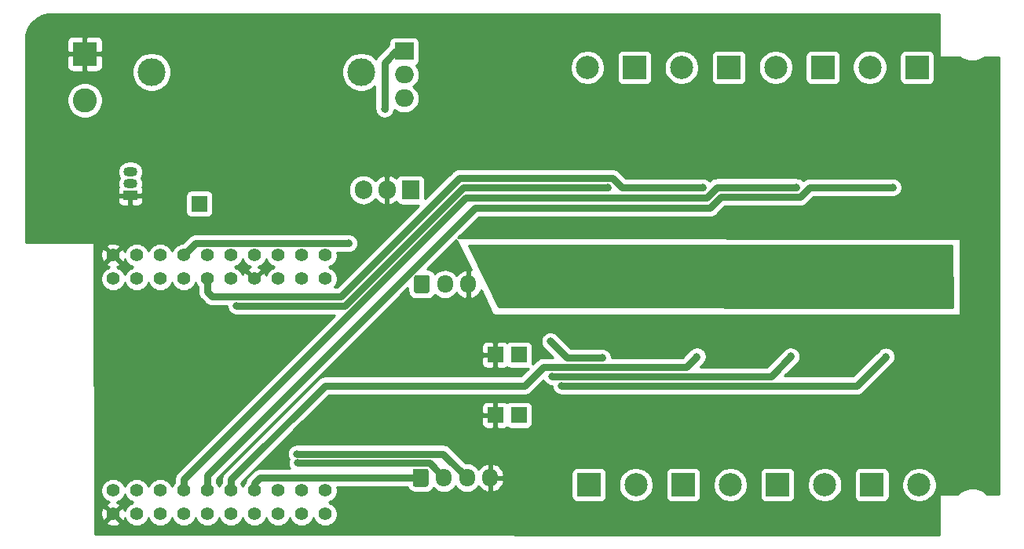
<source format=gbl>
G04 #@! TF.GenerationSoftware,KiCad,Pcbnew,5.1.12-84ad8e8a86~92~ubuntu20.04.1*
G04 #@! TF.CreationDate,2021-11-09T21:57:18+01:00*
G04 #@! TF.ProjectId,CC dimmer low voltage,43432064-696d-46d6-9572-206c6f772076,0.82*
G04 #@! TF.SameCoordinates,Original*
G04 #@! TF.FileFunction,Copper,L2,Bot*
G04 #@! TF.FilePolarity,Positive*
%FSLAX46Y46*%
G04 Gerber Fmt 4.6, Leading zero omitted, Abs format (unit mm)*
G04 Created by KiCad (PCBNEW 5.1.12-84ad8e8a86~92~ubuntu20.04.1) date 2021-11-09 21:57:18*
%MOMM*%
%LPD*%
G01*
G04 APERTURE LIST*
G04 #@! TA.AperFunction,ComponentPad*
%ADD10C,1.400000*%
G04 #@! TD*
G04 #@! TA.AperFunction,ComponentPad*
%ADD11O,2.000000X1.905000*%
G04 #@! TD*
G04 #@! TA.AperFunction,ComponentPad*
%ADD12R,2.000000X1.905000*%
G04 #@! TD*
G04 #@! TA.AperFunction,ComponentPad*
%ADD13C,3.000000*%
G04 #@! TD*
G04 #@! TA.AperFunction,ComponentPad*
%ADD14R,1.700000X1.700000*%
G04 #@! TD*
G04 #@! TA.AperFunction,ComponentPad*
%ADD15O,1.700000X1.950000*%
G04 #@! TD*
G04 #@! TA.AperFunction,ComponentPad*
%ADD16O,1.500000X1.050000*%
G04 #@! TD*
G04 #@! TA.AperFunction,ComponentPad*
%ADD17R,1.500000X1.050000*%
G04 #@! TD*
G04 #@! TA.AperFunction,ComponentPad*
%ADD18R,1.905000X2.000000*%
G04 #@! TD*
G04 #@! TA.AperFunction,ComponentPad*
%ADD19O,1.905000X2.000000*%
G04 #@! TD*
G04 #@! TA.AperFunction,ComponentPad*
%ADD20R,2.600000X2.600000*%
G04 #@! TD*
G04 #@! TA.AperFunction,ComponentPad*
%ADD21C,2.600000*%
G04 #@! TD*
G04 #@! TA.AperFunction,ComponentPad*
%ADD22C,2.500000*%
G04 #@! TD*
G04 #@! TA.AperFunction,ComponentPad*
%ADD23R,2.500000X2.500000*%
G04 #@! TD*
G04 #@! TA.AperFunction,ViaPad*
%ADD24C,0.800000*%
G04 #@! TD*
G04 #@! TA.AperFunction,Conductor*
%ADD25C,0.800000*%
G04 #@! TD*
G04 #@! TA.AperFunction,Conductor*
%ADD26C,0.254000*%
G04 #@! TD*
G04 #@! TA.AperFunction,Conductor*
%ADD27C,0.150000*%
G04 #@! TD*
G04 APERTURE END LIST*
D10*
X128962000Y-95455000D03*
X128962000Y-97995000D03*
X126422000Y-95455000D03*
X126422000Y-97995000D03*
X123882000Y-95455000D03*
X123882000Y-97995000D03*
X121342000Y-95455000D03*
X121342000Y-97995000D03*
X118802000Y-95455000D03*
X118802000Y-97995000D03*
X116262000Y-95455000D03*
X116262000Y-97995000D03*
X113722000Y-95455000D03*
X113722000Y-97995000D03*
X111182000Y-95455000D03*
X111182000Y-97995000D03*
X108642000Y-95455000D03*
X108642000Y-97995000D03*
X106102000Y-95455000D03*
X106102000Y-97995000D03*
X128962000Y-120855000D03*
X128962000Y-123395000D03*
X126422000Y-120855000D03*
X126422000Y-123395000D03*
X123882000Y-120855000D03*
X123882000Y-123395000D03*
X121342000Y-120855000D03*
X121342000Y-123395000D03*
X118802000Y-120855000D03*
X118802000Y-123395000D03*
X116262000Y-120855000D03*
X116262000Y-123395000D03*
X113722000Y-120855000D03*
X113722000Y-123395000D03*
X111182000Y-120855000D03*
X111182000Y-123395000D03*
X108642000Y-120855000D03*
X108642000Y-123395000D03*
X106102000Y-123395000D03*
X106102000Y-120855000D03*
D11*
X137474200Y-78517000D03*
X137474200Y-75977000D03*
D12*
X137474200Y-73437000D03*
D13*
X132851400Y-75672200D03*
X110251400Y-75672200D03*
D14*
X149842000Y-112695000D03*
X149842000Y-106185000D03*
G04 #@! TA.AperFunction,ComponentPad*
G36*
G01*
X138532000Y-99300000D02*
X138532000Y-97850000D01*
G75*
G02*
X138782000Y-97600000I250000J0D01*
G01*
X139982000Y-97600000D01*
G75*
G02*
X140232000Y-97850000I0J-250000D01*
G01*
X140232000Y-99300000D01*
G75*
G02*
X139982000Y-99550000I-250000J0D01*
G01*
X138782000Y-99550000D01*
G75*
G02*
X138532000Y-99300000I0J250000D01*
G01*
G37*
G04 #@! TD.AperFunction*
D15*
X141882000Y-98575000D03*
X144382000Y-98575000D03*
G04 #@! TA.AperFunction,ComponentPad*
G36*
G01*
X138412000Y-120190000D02*
X138412000Y-118740000D01*
G75*
G02*
X138662000Y-118490000I250000J0D01*
G01*
X139862000Y-118490000D01*
G75*
G02*
X140112000Y-118740000I0J-250000D01*
G01*
X140112000Y-120190000D01*
G75*
G02*
X139862000Y-120440000I-250000J0D01*
G01*
X138662000Y-120440000D01*
G75*
G02*
X138412000Y-120190000I0J250000D01*
G01*
G37*
G04 #@! TD.AperFunction*
X141762000Y-119465000D03*
X144262000Y-119465000D03*
X146762000Y-119465000D03*
D14*
X147302000Y-106185000D03*
X147302000Y-112695000D03*
X115402000Y-89895000D03*
D16*
X107959400Y-87716000D03*
X107959400Y-86446000D03*
D17*
X107959400Y-88986000D03*
D18*
X138160000Y-88401800D03*
D19*
X135620000Y-88401800D03*
X133080000Y-88401800D03*
D20*
X103052000Y-73715000D03*
D21*
X103052000Y-78715000D03*
D22*
X157242000Y-75187000D03*
D23*
X162322000Y-75187000D03*
X172472000Y-75185000D03*
D22*
X167392000Y-75185000D03*
X177542000Y-75175000D03*
D23*
X182622000Y-75175000D03*
X192772000Y-75165000D03*
D22*
X187692000Y-75165000D03*
D23*
X187912000Y-120225000D03*
D22*
X192992000Y-120225000D03*
X182822000Y-120225000D03*
D23*
X177742000Y-120225000D03*
X167572000Y-120225000D03*
D22*
X172652000Y-120225000D03*
X162472000Y-120225000D03*
D23*
X157392000Y-120225000D03*
D24*
X97552000Y-92385000D03*
X142282000Y-72315000D03*
X152842000Y-72275000D03*
X198702000Y-76495000D03*
X198822000Y-86635000D03*
X198812000Y-97805000D03*
X198802000Y-119145000D03*
X198832000Y-110335000D03*
X152512000Y-111155000D03*
X105802000Y-116205000D03*
X128304800Y-80857100D03*
X128825500Y-71014600D03*
X114880900Y-70925700D03*
X121408700Y-76348600D03*
X117272000Y-80825000D03*
X97582000Y-80685000D03*
X158712000Y-104785000D03*
X168992000Y-104735000D03*
X179162000Y-104715000D03*
X189332000Y-104765000D03*
X157712000Y-93075000D03*
X191772000Y-90815000D03*
X181312000Y-90835000D03*
X127702000Y-113565000D03*
X136352000Y-112435000D03*
X105842000Y-109205000D03*
X113212000Y-116235000D03*
X153082000Y-123185000D03*
X170762000Y-111025000D03*
X160832000Y-111025000D03*
X180972000Y-111035000D03*
X191052000Y-111075000D03*
X159122000Y-85575000D03*
X169072000Y-86595000D03*
X189422000Y-86695000D03*
X179142000Y-86725000D03*
X152592000Y-116905000D03*
X107492000Y-81865000D03*
X111562000Y-92395000D03*
X165052000Y-123095000D03*
X160002000Y-123095000D03*
X170252000Y-123145000D03*
X175252000Y-123195000D03*
X180352000Y-123195000D03*
X185352000Y-123195000D03*
X190502000Y-123195000D03*
X159852000Y-72295000D03*
X164902000Y-72245000D03*
X170002000Y-72295000D03*
X175102000Y-72295000D03*
X180152000Y-72295000D03*
X185202000Y-72295000D03*
X190202000Y-72295000D03*
X109922000Y-124945000D03*
X130862000Y-122055000D03*
X141382000Y-107745000D03*
X178222000Y-93075000D03*
X168162000Y-93055000D03*
X188372000Y-93075000D03*
X117952000Y-106255000D03*
X125242000Y-105705000D03*
X162102000Y-102305000D03*
X172292000Y-102315000D03*
X182442000Y-102335000D03*
X192672000Y-102355000D03*
X192882000Y-84095000D03*
X183512000Y-82845000D03*
X173162000Y-82845000D03*
X163032000Y-82845000D03*
X166642000Y-112455000D03*
X176842000Y-112475000D03*
X186992000Y-112455000D03*
X198862000Y-114685000D03*
X198872000Y-103915000D03*
X198832000Y-92245000D03*
X198782000Y-81545000D03*
X105842000Y-102585000D03*
X113212000Y-109255000D03*
X130622000Y-107745000D03*
X156772000Y-112325000D03*
X135372000Y-79625000D03*
X195772000Y-97935000D03*
X190642000Y-97665000D03*
X180392000Y-97685000D03*
X170212000Y-97705000D03*
X159882000Y-97745000D03*
X154012000Y-94965000D03*
X149702000Y-100145000D03*
X190722000Y-94865000D03*
X190382000Y-100595000D03*
X180222000Y-100595000D03*
X180512000Y-94845000D03*
X185402000Y-97835000D03*
X175272000Y-97805000D03*
X170382000Y-94865000D03*
X170032000Y-100615000D03*
X165082000Y-97725000D03*
X160062000Y-94845000D03*
X159742000Y-100655000D03*
X156392000Y-97535000D03*
X153632000Y-100125000D03*
X174862000Y-94905000D03*
X184992000Y-94925000D03*
X185842000Y-100685000D03*
X175682000Y-100715000D03*
X165502000Y-100685000D03*
X196152000Y-100645000D03*
X195852000Y-94895000D03*
X152012000Y-97405000D03*
X164722000Y-94895000D03*
X145682000Y-94955000D03*
X147602000Y-97895000D03*
X149782000Y-94935000D03*
X131481999Y-94154999D03*
X126002000Y-117885000D03*
X125922000Y-116884990D03*
X159452000Y-88105000D03*
X119432000Y-100905000D03*
X169702000Y-88145000D03*
X179782000Y-88125000D03*
X190142000Y-88125000D03*
X189402000Y-106395000D03*
X154462000Y-109515030D03*
X179157000Y-106370000D03*
X153422000Y-108505000D03*
X169047000Y-106380000D03*
X153252011Y-104745011D03*
X158822000Y-106515000D03*
D25*
X137474200Y-73437000D02*
X136620000Y-73437000D01*
X135372000Y-74685000D02*
X135372000Y-79625000D01*
X136620000Y-73437000D02*
X135372000Y-74685000D01*
X115022001Y-94154999D02*
X131481999Y-94154999D01*
X113722000Y-95455000D02*
X115022001Y-94154999D01*
X131481999Y-94154999D02*
X131481999Y-94154999D01*
X121342000Y-120855000D02*
X121342000Y-120089228D01*
X121966228Y-119465000D02*
X139262000Y-119465000D01*
X121342000Y-120089228D02*
X121966228Y-119465000D01*
X141762000Y-119465000D02*
X141762000Y-119437902D01*
X141762000Y-119437902D02*
X140209098Y-117885000D01*
X140209098Y-117885000D02*
X126002000Y-117885000D01*
X126002000Y-117885000D02*
X126002000Y-117885000D01*
X144262000Y-119465000D02*
X141681990Y-116884990D01*
X141681990Y-116884990D02*
X140623315Y-116884990D01*
X140623315Y-116884990D02*
X125922000Y-116884990D01*
X125922000Y-116884990D02*
X125922000Y-116884990D01*
X143857774Y-88105000D02*
X131047774Y-100915000D01*
X131037774Y-100905000D02*
X131047774Y-100915000D01*
X119432000Y-100905000D02*
X131037774Y-100905000D01*
X159452000Y-88105000D02*
X144932000Y-88105000D01*
X144932000Y-88105000D02*
X143857774Y-88105000D01*
X145592000Y-88105000D02*
X144932000Y-88105000D01*
X159931992Y-87104990D02*
X160972002Y-88145000D01*
X143443557Y-87104990D02*
X159931992Y-87104990D01*
X116772000Y-99905000D02*
X130643548Y-99905000D01*
X160972002Y-88145000D02*
X169702000Y-88145000D01*
X130643548Y-99905000D02*
X143443557Y-87104990D01*
X116262000Y-99395000D02*
X116772000Y-99905000D01*
X116262000Y-97995000D02*
X116262000Y-99395000D01*
X179762000Y-88105000D02*
X179782000Y-88125000D01*
X171222002Y-88105000D02*
X179762000Y-88105000D01*
X170072002Y-89255000D02*
X171222002Y-88105000D01*
X144122000Y-89255000D02*
X170072002Y-89255000D01*
X113722000Y-119655000D02*
X144122000Y-89255000D01*
X113722000Y-120855000D02*
X113722000Y-119655000D01*
X181992000Y-88125000D02*
X190142000Y-88125000D01*
X180196217Y-89125010D02*
X181196227Y-88125000D01*
X170436377Y-90330623D02*
X171641990Y-89125010D01*
X171641990Y-89125010D02*
X180196217Y-89125010D01*
X145099279Y-90330623D02*
X170436377Y-90330623D01*
X181196227Y-88125000D02*
X181992000Y-88125000D01*
X116262000Y-119167902D02*
X145099279Y-90330623D01*
X116262000Y-120855000D02*
X116262000Y-119167902D01*
X189402000Y-106395000D02*
X186281970Y-109515030D01*
X186281970Y-109515030D02*
X160064651Y-109515030D01*
X160064651Y-109515030D02*
X154462000Y-109515030D01*
X154462000Y-109515030D02*
X154462000Y-109515030D01*
X154512000Y-108515020D02*
X154512000Y-108515020D01*
X154512000Y-108515020D02*
X154512000Y-108515020D01*
X153432020Y-108515020D02*
X153422000Y-108505000D01*
X177011980Y-108515020D02*
X153432020Y-108515020D01*
X179157000Y-106370000D02*
X177011980Y-108515020D01*
X154242010Y-107515010D02*
X167911990Y-107515010D01*
X154231999Y-107504999D02*
X154242010Y-107515010D01*
X152462001Y-107504999D02*
X154231999Y-107504999D01*
X128932000Y-109525000D02*
X150442000Y-109525000D01*
X167911990Y-107515010D02*
X169047000Y-106380000D01*
X118802000Y-119655000D02*
X128932000Y-109525000D01*
X150442000Y-109525000D02*
X152462001Y-107504999D01*
X118802000Y-120855000D02*
X118802000Y-119655000D01*
X155022000Y-106515000D02*
X153252011Y-104745011D01*
X158822000Y-106515000D02*
X155022000Y-106515000D01*
D26*
X195175000Y-69432084D02*
X195175000Y-73945000D01*
X195177440Y-73969776D01*
X195184667Y-73993601D01*
X195196403Y-74015557D01*
X195212197Y-74034803D01*
X195231443Y-74050597D01*
X195253399Y-74062333D01*
X195277224Y-74069560D01*
X195302000Y-74072000D01*
X197388507Y-74072000D01*
X197663331Y-74255631D01*
X198070075Y-74424110D01*
X198501872Y-74510000D01*
X198942128Y-74510000D01*
X199373925Y-74424110D01*
X199780669Y-74255631D01*
X200055493Y-74072000D01*
X201577000Y-74072000D01*
X201577000Y-93646199D01*
X143305550Y-93588063D01*
X145527990Y-91365623D01*
X170385549Y-91365623D01*
X170436377Y-91370629D01*
X170487205Y-91365623D01*
X170487215Y-91365623D01*
X170639272Y-91350647D01*
X170834370Y-91291464D01*
X171014174Y-91195357D01*
X171171773Y-91066019D01*
X171204184Y-91026526D01*
X172070701Y-90160010D01*
X180145389Y-90160010D01*
X180196217Y-90165016D01*
X180247045Y-90160010D01*
X180247055Y-90160010D01*
X180399112Y-90145034D01*
X180594210Y-90085851D01*
X180774014Y-89989744D01*
X180931613Y-89860406D01*
X180964024Y-89820913D01*
X181624938Y-89160000D01*
X190243939Y-89160000D01*
X190294057Y-89150031D01*
X190344895Y-89145024D01*
X190393777Y-89130196D01*
X190443898Y-89120226D01*
X190491113Y-89100669D01*
X190539993Y-89085841D01*
X190585042Y-89061762D01*
X190632256Y-89042205D01*
X190674746Y-89013814D01*
X190719797Y-88989734D01*
X190759284Y-88957328D01*
X190801774Y-88928937D01*
X190837908Y-88892803D01*
X190877396Y-88860396D01*
X190909803Y-88820908D01*
X190945937Y-88784774D01*
X190974328Y-88742284D01*
X191006734Y-88702797D01*
X191030814Y-88657746D01*
X191059205Y-88615256D01*
X191078762Y-88568042D01*
X191102841Y-88522993D01*
X191117669Y-88474113D01*
X191137226Y-88426898D01*
X191147196Y-88376777D01*
X191162024Y-88327895D01*
X191167031Y-88277057D01*
X191177000Y-88226939D01*
X191177000Y-88175838D01*
X191182007Y-88125000D01*
X191177000Y-88074162D01*
X191177000Y-88023061D01*
X191167031Y-87972943D01*
X191162024Y-87922105D01*
X191147196Y-87873223D01*
X191137226Y-87823102D01*
X191117669Y-87775887D01*
X191102841Y-87727007D01*
X191078762Y-87681958D01*
X191059205Y-87634744D01*
X191030814Y-87592254D01*
X191006734Y-87547203D01*
X190974328Y-87507716D01*
X190945937Y-87465226D01*
X190909803Y-87429092D01*
X190877396Y-87389604D01*
X190837908Y-87357197D01*
X190801774Y-87321063D01*
X190759284Y-87292672D01*
X190719797Y-87260266D01*
X190674746Y-87236186D01*
X190632256Y-87207795D01*
X190585042Y-87188238D01*
X190539993Y-87164159D01*
X190491113Y-87149331D01*
X190443898Y-87129774D01*
X190393777Y-87119804D01*
X190344895Y-87104976D01*
X190294057Y-87099969D01*
X190243939Y-87090000D01*
X181247062Y-87090000D01*
X181196227Y-87084993D01*
X181145392Y-87090000D01*
X181145389Y-87090000D01*
X180993332Y-87104976D01*
X180798234Y-87164159D01*
X180760817Y-87184159D01*
X180618429Y-87260266D01*
X180524689Y-87337197D01*
X180491299Y-87364600D01*
X180457908Y-87337197D01*
X180441774Y-87321063D01*
X180422802Y-87308386D01*
X180339797Y-87240266D01*
X180159993Y-87144159D01*
X179964895Y-87084976D01*
X179812838Y-87070000D01*
X179812828Y-87070000D01*
X179762000Y-87064994D01*
X179711172Y-87070000D01*
X171272837Y-87070000D01*
X171222002Y-87064993D01*
X171171167Y-87070000D01*
X171171164Y-87070000D01*
X171019107Y-87084976D01*
X170871429Y-87129774D01*
X170824008Y-87144159D01*
X170644204Y-87240266D01*
X170545753Y-87321063D01*
X170486606Y-87369604D01*
X170454199Y-87409092D01*
X170444739Y-87418552D01*
X170437396Y-87409604D01*
X170397908Y-87377197D01*
X170361774Y-87341063D01*
X170319284Y-87312672D01*
X170279797Y-87280266D01*
X170234746Y-87256186D01*
X170192256Y-87227795D01*
X170145042Y-87208238D01*
X170099993Y-87184159D01*
X170051113Y-87169331D01*
X170003898Y-87149774D01*
X169953777Y-87139804D01*
X169904895Y-87124976D01*
X169854057Y-87119969D01*
X169803939Y-87110000D01*
X161400713Y-87110000D01*
X160699799Y-86409087D01*
X160667388Y-86369594D01*
X160509789Y-86240256D01*
X160329985Y-86144149D01*
X160134887Y-86084966D01*
X159982830Y-86069990D01*
X159982820Y-86069990D01*
X159931992Y-86064984D01*
X159881164Y-86069990D01*
X143494384Y-86069990D01*
X143443556Y-86064984D01*
X143392728Y-86069990D01*
X143392719Y-86069990D01*
X143240662Y-86084966D01*
X143045564Y-86144149D01*
X142961866Y-86188886D01*
X142865759Y-86240256D01*
X142747649Y-86337187D01*
X142708161Y-86369594D01*
X142675754Y-86409082D01*
X139750572Y-89334264D01*
X139750572Y-87401800D01*
X139738312Y-87277318D01*
X139702002Y-87157620D01*
X139643037Y-87047306D01*
X139563685Y-86950615D01*
X139466994Y-86871263D01*
X139356680Y-86812298D01*
X139236982Y-86775988D01*
X139112500Y-86763728D01*
X137207500Y-86763728D01*
X137083018Y-86775988D01*
X136963320Y-86812298D01*
X136853006Y-86871263D01*
X136756315Y-86950615D01*
X136676963Y-87047306D01*
X136627941Y-87139019D01*
X136486923Y-87025831D01*
X136211094Y-86882229D01*
X135992980Y-86811237D01*
X135747000Y-86931206D01*
X135747000Y-88274800D01*
X135767000Y-88274800D01*
X135767000Y-88528800D01*
X135747000Y-88528800D01*
X135747000Y-89872394D01*
X135992980Y-89992363D01*
X136211094Y-89921371D01*
X136486923Y-89777769D01*
X136627941Y-89664581D01*
X136676963Y-89756294D01*
X136756315Y-89852985D01*
X136853006Y-89932337D01*
X136963320Y-89991302D01*
X137083018Y-90027612D01*
X137207500Y-90039872D01*
X139044965Y-90039872D01*
X130214838Y-98870000D01*
X129974975Y-98870000D01*
X129998962Y-98846013D01*
X130145061Y-98627359D01*
X130245696Y-98384405D01*
X130297000Y-98126486D01*
X130297000Y-97863514D01*
X130245696Y-97605595D01*
X130145061Y-97362641D01*
X129998962Y-97143987D01*
X129813013Y-96958038D01*
X129594359Y-96811939D01*
X129384470Y-96725000D01*
X129594359Y-96638061D01*
X129813013Y-96491962D01*
X129998962Y-96306013D01*
X130145061Y-96087359D01*
X130245696Y-95844405D01*
X130297000Y-95586486D01*
X130297000Y-95323514D01*
X130270442Y-95189999D01*
X131583938Y-95189999D01*
X131634056Y-95180030D01*
X131684894Y-95175023D01*
X131733776Y-95160195D01*
X131783897Y-95150225D01*
X131831112Y-95130668D01*
X131879992Y-95115840D01*
X131925041Y-95091761D01*
X131972255Y-95072204D01*
X132014745Y-95043813D01*
X132059796Y-95019733D01*
X132099283Y-94987327D01*
X132141773Y-94958936D01*
X132177907Y-94922802D01*
X132217395Y-94890395D01*
X132249802Y-94850907D01*
X132285936Y-94814773D01*
X132314327Y-94772283D01*
X132346733Y-94732796D01*
X132370813Y-94687745D01*
X132399204Y-94645255D01*
X132418761Y-94598041D01*
X132442840Y-94552992D01*
X132457668Y-94504112D01*
X132477225Y-94456897D01*
X132487195Y-94406776D01*
X132502023Y-94357894D01*
X132507030Y-94307056D01*
X132516999Y-94256938D01*
X132516999Y-94205837D01*
X132522006Y-94154999D01*
X132516999Y-94104161D01*
X132516999Y-94053060D01*
X132507030Y-94002942D01*
X132502023Y-93952104D01*
X132487195Y-93903222D01*
X132477225Y-93853101D01*
X132457668Y-93805886D01*
X132442840Y-93757006D01*
X132418761Y-93711957D01*
X132399204Y-93664743D01*
X132370813Y-93622253D01*
X132346733Y-93577202D01*
X132314327Y-93537715D01*
X132285936Y-93495225D01*
X132249802Y-93459091D01*
X132217395Y-93419603D01*
X132177907Y-93387196D01*
X132141773Y-93351062D01*
X132099283Y-93322671D01*
X132059796Y-93290265D01*
X132014745Y-93266185D01*
X131972255Y-93237794D01*
X131925041Y-93218237D01*
X131879992Y-93194158D01*
X131831112Y-93179330D01*
X131783897Y-93159773D01*
X131733776Y-93149803D01*
X131684894Y-93134975D01*
X131634056Y-93129968D01*
X131583938Y-93119999D01*
X115072828Y-93119999D01*
X115022000Y-93114993D01*
X114971172Y-93119999D01*
X114971163Y-93119999D01*
X114819106Y-93134975D01*
X114624008Y-93194158D01*
X114542371Y-93237794D01*
X114444203Y-93290265D01*
X114326093Y-93387196D01*
X114286605Y-93419603D01*
X114254198Y-93459091D01*
X113593290Y-94120000D01*
X113590514Y-94120000D01*
X113332595Y-94171304D01*
X113089641Y-94271939D01*
X112870987Y-94418038D01*
X112685038Y-94603987D01*
X112538939Y-94822641D01*
X112452000Y-95032530D01*
X112365061Y-94822641D01*
X112218962Y-94603987D01*
X112033013Y-94418038D01*
X111814359Y-94271939D01*
X111571405Y-94171304D01*
X111313486Y-94120000D01*
X111050514Y-94120000D01*
X110792595Y-94171304D01*
X110549641Y-94271939D01*
X110330987Y-94418038D01*
X110145038Y-94603987D01*
X109998939Y-94822641D01*
X109912000Y-95032530D01*
X109825061Y-94822641D01*
X109678962Y-94603987D01*
X109493013Y-94418038D01*
X109274359Y-94271939D01*
X109031405Y-94171304D01*
X108773486Y-94120000D01*
X108510514Y-94120000D01*
X108252595Y-94171304D01*
X108009641Y-94271939D01*
X107790987Y-94418038D01*
X107605038Y-94603987D01*
X107458939Y-94822641D01*
X107370379Y-95036444D01*
X107310935Y-94873634D01*
X107257037Y-94772797D01*
X107023269Y-94713336D01*
X106281605Y-95455000D01*
X107023269Y-96196664D01*
X107257037Y-96137203D01*
X107367934Y-95898758D01*
X107372706Y-95879173D01*
X107458939Y-96087359D01*
X107605038Y-96306013D01*
X107790987Y-96491962D01*
X108009641Y-96638061D01*
X108219530Y-96725000D01*
X108009641Y-96811939D01*
X107790987Y-96958038D01*
X107605038Y-97143987D01*
X107458939Y-97362641D01*
X107372000Y-97572530D01*
X107285061Y-97362641D01*
X107138962Y-97143987D01*
X106953013Y-96958038D01*
X106734359Y-96811939D01*
X106520556Y-96723379D01*
X106683366Y-96663935D01*
X106784203Y-96610037D01*
X106843664Y-96376269D01*
X106102000Y-95634605D01*
X105360336Y-96376269D01*
X105419797Y-96610037D01*
X105658242Y-96720934D01*
X105677827Y-96725706D01*
X105469641Y-96811939D01*
X105250987Y-96958038D01*
X105065038Y-97143987D01*
X104918939Y-97362641D01*
X104818304Y-97605595D01*
X104767000Y-97863514D01*
X104767000Y-98126486D01*
X104818304Y-98384405D01*
X104918939Y-98627359D01*
X105065038Y-98846013D01*
X105250987Y-99031962D01*
X105469641Y-99178061D01*
X105712595Y-99278696D01*
X105970514Y-99330000D01*
X106233486Y-99330000D01*
X106491405Y-99278696D01*
X106734359Y-99178061D01*
X106953013Y-99031962D01*
X107138962Y-98846013D01*
X107285061Y-98627359D01*
X107372000Y-98417470D01*
X107458939Y-98627359D01*
X107605038Y-98846013D01*
X107790987Y-99031962D01*
X108009641Y-99178061D01*
X108252595Y-99278696D01*
X108510514Y-99330000D01*
X108773486Y-99330000D01*
X109031405Y-99278696D01*
X109274359Y-99178061D01*
X109493013Y-99031962D01*
X109678962Y-98846013D01*
X109825061Y-98627359D01*
X109912000Y-98417470D01*
X109998939Y-98627359D01*
X110145038Y-98846013D01*
X110330987Y-99031962D01*
X110549641Y-99178061D01*
X110792595Y-99278696D01*
X111050514Y-99330000D01*
X111313486Y-99330000D01*
X111571405Y-99278696D01*
X111814359Y-99178061D01*
X112033013Y-99031962D01*
X112218962Y-98846013D01*
X112365061Y-98627359D01*
X112452000Y-98417470D01*
X112538939Y-98627359D01*
X112685038Y-98846013D01*
X112870987Y-99031962D01*
X113089641Y-99178061D01*
X113332595Y-99278696D01*
X113590514Y-99330000D01*
X113853486Y-99330000D01*
X114111405Y-99278696D01*
X114354359Y-99178061D01*
X114573013Y-99031962D01*
X114758962Y-98846013D01*
X114905061Y-98627359D01*
X114992000Y-98417470D01*
X115078939Y-98627359D01*
X115225038Y-98846013D01*
X115227001Y-98847976D01*
X115227001Y-99344163D01*
X115221994Y-99395000D01*
X115241977Y-99597895D01*
X115301160Y-99792993D01*
X115397266Y-99972797D01*
X115484096Y-100078599D01*
X115526605Y-100130396D01*
X115566093Y-100162803D01*
X116004193Y-100600903D01*
X116036604Y-100640396D01*
X116194203Y-100769734D01*
X116374007Y-100865841D01*
X116569105Y-100925024D01*
X116721162Y-100940000D01*
X116721164Y-100940000D01*
X116772000Y-100945007D01*
X116822835Y-100940000D01*
X118395440Y-100940000D01*
X118397000Y-100955838D01*
X118397000Y-101006939D01*
X118406969Y-101057057D01*
X118411976Y-101107895D01*
X118426804Y-101156777D01*
X118436774Y-101206898D01*
X118456331Y-101254113D01*
X118471159Y-101302993D01*
X118495238Y-101348042D01*
X118514795Y-101395256D01*
X118543186Y-101437746D01*
X118567266Y-101482797D01*
X118599672Y-101522284D01*
X118628063Y-101564774D01*
X118664196Y-101600907D01*
X118696604Y-101640396D01*
X118736092Y-101672803D01*
X118772226Y-101708937D01*
X118814716Y-101737328D01*
X118854203Y-101769734D01*
X118899254Y-101793814D01*
X118941744Y-101822205D01*
X118988958Y-101841762D01*
X119034007Y-101865841D01*
X119082887Y-101880669D01*
X119130102Y-101900226D01*
X119180223Y-101910196D01*
X119229105Y-101925024D01*
X119279943Y-101930031D01*
X119330061Y-101940000D01*
X129973289Y-101940000D01*
X113026093Y-118887197D01*
X112986605Y-118919604D01*
X112954198Y-118959092D01*
X112954197Y-118959093D01*
X112857266Y-119077203D01*
X112761160Y-119257007D01*
X112701977Y-119452105D01*
X112681994Y-119655000D01*
X112687001Y-119705837D01*
X112687001Y-120002024D01*
X112685038Y-120003987D01*
X112538939Y-120222641D01*
X112452000Y-120432530D01*
X112365061Y-120222641D01*
X112218962Y-120003987D01*
X112033013Y-119818038D01*
X111814359Y-119671939D01*
X111571405Y-119571304D01*
X111313486Y-119520000D01*
X111050514Y-119520000D01*
X110792595Y-119571304D01*
X110549641Y-119671939D01*
X110330987Y-119818038D01*
X110145038Y-120003987D01*
X109998939Y-120222641D01*
X109912000Y-120432530D01*
X109825061Y-120222641D01*
X109678962Y-120003987D01*
X109493013Y-119818038D01*
X109274359Y-119671939D01*
X109031405Y-119571304D01*
X108773486Y-119520000D01*
X108510514Y-119520000D01*
X108252595Y-119571304D01*
X108009641Y-119671939D01*
X107790987Y-119818038D01*
X107605038Y-120003987D01*
X107458939Y-120222641D01*
X107372000Y-120432530D01*
X107285061Y-120222641D01*
X107138962Y-120003987D01*
X106953013Y-119818038D01*
X106734359Y-119671939D01*
X106491405Y-119571304D01*
X106233486Y-119520000D01*
X105970514Y-119520000D01*
X105712595Y-119571304D01*
X105469641Y-119671939D01*
X105250987Y-119818038D01*
X105065038Y-120003987D01*
X104918939Y-120222641D01*
X104818304Y-120465595D01*
X104767000Y-120723514D01*
X104767000Y-120986486D01*
X104818304Y-121244405D01*
X104918939Y-121487359D01*
X105065038Y-121706013D01*
X105250987Y-121891962D01*
X105469641Y-122038061D01*
X105683444Y-122126621D01*
X105520634Y-122186065D01*
X105419797Y-122239963D01*
X105360336Y-122473731D01*
X106102000Y-123215395D01*
X106843664Y-122473731D01*
X106784203Y-122239963D01*
X106545758Y-122129066D01*
X106526173Y-122124294D01*
X106734359Y-122038061D01*
X106953013Y-121891962D01*
X107138962Y-121706013D01*
X107285061Y-121487359D01*
X107372000Y-121277470D01*
X107458939Y-121487359D01*
X107605038Y-121706013D01*
X107790987Y-121891962D01*
X108009641Y-122038061D01*
X108219530Y-122125000D01*
X108009641Y-122211939D01*
X107790987Y-122358038D01*
X107605038Y-122543987D01*
X107458939Y-122762641D01*
X107370379Y-122976444D01*
X107310935Y-122813634D01*
X107257037Y-122712797D01*
X107023269Y-122653336D01*
X106281605Y-123395000D01*
X107023269Y-124136664D01*
X107257037Y-124077203D01*
X107367934Y-123838758D01*
X107372706Y-123819173D01*
X107458939Y-124027359D01*
X107605038Y-124246013D01*
X107790987Y-124431962D01*
X108009641Y-124578061D01*
X108252595Y-124678696D01*
X108510514Y-124730000D01*
X108773486Y-124730000D01*
X109031405Y-124678696D01*
X109274359Y-124578061D01*
X109493013Y-124431962D01*
X109678962Y-124246013D01*
X109825061Y-124027359D01*
X109912000Y-123817470D01*
X109998939Y-124027359D01*
X110145038Y-124246013D01*
X110330987Y-124431962D01*
X110549641Y-124578061D01*
X110792595Y-124678696D01*
X111050514Y-124730000D01*
X111313486Y-124730000D01*
X111571405Y-124678696D01*
X111814359Y-124578061D01*
X112033013Y-124431962D01*
X112218962Y-124246013D01*
X112365061Y-124027359D01*
X112452000Y-123817470D01*
X112538939Y-124027359D01*
X112685038Y-124246013D01*
X112870987Y-124431962D01*
X113089641Y-124578061D01*
X113332595Y-124678696D01*
X113590514Y-124730000D01*
X113853486Y-124730000D01*
X114111405Y-124678696D01*
X114354359Y-124578061D01*
X114573013Y-124431962D01*
X114758962Y-124246013D01*
X114905061Y-124027359D01*
X114992000Y-123817470D01*
X115078939Y-124027359D01*
X115225038Y-124246013D01*
X115410987Y-124431962D01*
X115629641Y-124578061D01*
X115872595Y-124678696D01*
X116130514Y-124730000D01*
X116393486Y-124730000D01*
X116651405Y-124678696D01*
X116894359Y-124578061D01*
X117113013Y-124431962D01*
X117298962Y-124246013D01*
X117445061Y-124027359D01*
X117532000Y-123817470D01*
X117618939Y-124027359D01*
X117765038Y-124246013D01*
X117950987Y-124431962D01*
X118169641Y-124578061D01*
X118412595Y-124678696D01*
X118670514Y-124730000D01*
X118933486Y-124730000D01*
X119191405Y-124678696D01*
X119434359Y-124578061D01*
X119653013Y-124431962D01*
X119838962Y-124246013D01*
X119985061Y-124027359D01*
X120072000Y-123817470D01*
X120158939Y-124027359D01*
X120305038Y-124246013D01*
X120490987Y-124431962D01*
X120709641Y-124578061D01*
X120952595Y-124678696D01*
X121210514Y-124730000D01*
X121473486Y-124730000D01*
X121731405Y-124678696D01*
X121974359Y-124578061D01*
X122193013Y-124431962D01*
X122378962Y-124246013D01*
X122525061Y-124027359D01*
X122612000Y-123817470D01*
X122698939Y-124027359D01*
X122845038Y-124246013D01*
X123030987Y-124431962D01*
X123249641Y-124578061D01*
X123492595Y-124678696D01*
X123750514Y-124730000D01*
X124013486Y-124730000D01*
X124271405Y-124678696D01*
X124514359Y-124578061D01*
X124733013Y-124431962D01*
X124918962Y-124246013D01*
X125065061Y-124027359D01*
X125152000Y-123817470D01*
X125238939Y-124027359D01*
X125385038Y-124246013D01*
X125570987Y-124431962D01*
X125789641Y-124578061D01*
X126032595Y-124678696D01*
X126290514Y-124730000D01*
X126553486Y-124730000D01*
X126811405Y-124678696D01*
X127054359Y-124578061D01*
X127273013Y-124431962D01*
X127458962Y-124246013D01*
X127605061Y-124027359D01*
X127692000Y-123817470D01*
X127778939Y-124027359D01*
X127925038Y-124246013D01*
X128110987Y-124431962D01*
X128329641Y-124578061D01*
X128572595Y-124678696D01*
X128830514Y-124730000D01*
X129093486Y-124730000D01*
X129351405Y-124678696D01*
X129594359Y-124578061D01*
X129813013Y-124431962D01*
X129998962Y-124246013D01*
X130145061Y-124027359D01*
X130245696Y-123784405D01*
X130297000Y-123526486D01*
X130297000Y-123263514D01*
X130245696Y-123005595D01*
X130145061Y-122762641D01*
X129998962Y-122543987D01*
X129813013Y-122358038D01*
X129594359Y-122211939D01*
X129384470Y-122125000D01*
X129594359Y-122038061D01*
X129813013Y-121891962D01*
X129998962Y-121706013D01*
X130145061Y-121487359D01*
X130245696Y-121244405D01*
X130297000Y-120986486D01*
X130297000Y-120723514D01*
X130252540Y-120500000D01*
X137832473Y-120500000D01*
X137841528Y-120529850D01*
X137923595Y-120683386D01*
X138034038Y-120817962D01*
X138168614Y-120928405D01*
X138322150Y-121010472D01*
X138488746Y-121061008D01*
X138662000Y-121078072D01*
X139862000Y-121078072D01*
X140035254Y-121061008D01*
X140201850Y-121010472D01*
X140355386Y-120928405D01*
X140489962Y-120817962D01*
X140600405Y-120683386D01*
X140654777Y-120581663D01*
X140706866Y-120645134D01*
X140932987Y-120830706D01*
X141190967Y-120968599D01*
X141470890Y-121053513D01*
X141762000Y-121082185D01*
X142053111Y-121053513D01*
X142333034Y-120968599D01*
X142591014Y-120830706D01*
X142817134Y-120645134D01*
X143002706Y-120419014D01*
X143012000Y-120401626D01*
X143021294Y-120419014D01*
X143206866Y-120645134D01*
X143432987Y-120830706D01*
X143690967Y-120968599D01*
X143970890Y-121053513D01*
X144262000Y-121082185D01*
X144553111Y-121053513D01*
X144833034Y-120968599D01*
X145091014Y-120830706D01*
X145317134Y-120645134D01*
X145502706Y-120419014D01*
X145516462Y-120393278D01*
X145672951Y-120599429D01*
X145890807Y-120792496D01*
X146142142Y-120939352D01*
X146405110Y-121031476D01*
X146635000Y-120910155D01*
X146635000Y-119592000D01*
X146889000Y-119592000D01*
X146889000Y-120910155D01*
X147118890Y-121031476D01*
X147381858Y-120939352D01*
X147633193Y-120792496D01*
X147851049Y-120599429D01*
X148027053Y-120367570D01*
X148154442Y-120105830D01*
X148228320Y-119824267D01*
X148088165Y-119592000D01*
X146889000Y-119592000D01*
X146635000Y-119592000D01*
X146615000Y-119592000D01*
X146615000Y-119338000D01*
X146635000Y-119338000D01*
X146635000Y-118019845D01*
X146889000Y-118019845D01*
X146889000Y-119338000D01*
X148088165Y-119338000D01*
X148228320Y-119105733D01*
X148194018Y-118975000D01*
X155503928Y-118975000D01*
X155503928Y-121475000D01*
X155516188Y-121599482D01*
X155552498Y-121719180D01*
X155611463Y-121829494D01*
X155690815Y-121926185D01*
X155787506Y-122005537D01*
X155897820Y-122064502D01*
X156017518Y-122100812D01*
X156142000Y-122113072D01*
X158642000Y-122113072D01*
X158766482Y-122100812D01*
X158886180Y-122064502D01*
X158996494Y-122005537D01*
X159093185Y-121926185D01*
X159172537Y-121829494D01*
X159231502Y-121719180D01*
X159267812Y-121599482D01*
X159280072Y-121475000D01*
X159280072Y-120039344D01*
X160587000Y-120039344D01*
X160587000Y-120410656D01*
X160659439Y-120774834D01*
X160801534Y-121117882D01*
X161007825Y-121426618D01*
X161270382Y-121689175D01*
X161579118Y-121895466D01*
X161922166Y-122037561D01*
X162286344Y-122110000D01*
X162657656Y-122110000D01*
X163021834Y-122037561D01*
X163364882Y-121895466D01*
X163673618Y-121689175D01*
X163936175Y-121426618D01*
X164142466Y-121117882D01*
X164284561Y-120774834D01*
X164357000Y-120410656D01*
X164357000Y-120039344D01*
X164284561Y-119675166D01*
X164142466Y-119332118D01*
X163936175Y-119023382D01*
X163887793Y-118975000D01*
X165683928Y-118975000D01*
X165683928Y-121475000D01*
X165696188Y-121599482D01*
X165732498Y-121719180D01*
X165791463Y-121829494D01*
X165870815Y-121926185D01*
X165967506Y-122005537D01*
X166077820Y-122064502D01*
X166197518Y-122100812D01*
X166322000Y-122113072D01*
X168822000Y-122113072D01*
X168946482Y-122100812D01*
X169066180Y-122064502D01*
X169176494Y-122005537D01*
X169273185Y-121926185D01*
X169352537Y-121829494D01*
X169411502Y-121719180D01*
X169447812Y-121599482D01*
X169460072Y-121475000D01*
X169460072Y-120039344D01*
X170767000Y-120039344D01*
X170767000Y-120410656D01*
X170839439Y-120774834D01*
X170981534Y-121117882D01*
X171187825Y-121426618D01*
X171450382Y-121689175D01*
X171759118Y-121895466D01*
X172102166Y-122037561D01*
X172466344Y-122110000D01*
X172837656Y-122110000D01*
X173201834Y-122037561D01*
X173544882Y-121895466D01*
X173853618Y-121689175D01*
X174116175Y-121426618D01*
X174322466Y-121117882D01*
X174464561Y-120774834D01*
X174537000Y-120410656D01*
X174537000Y-120039344D01*
X174464561Y-119675166D01*
X174322466Y-119332118D01*
X174116175Y-119023382D01*
X174067793Y-118975000D01*
X175853928Y-118975000D01*
X175853928Y-121475000D01*
X175866188Y-121599482D01*
X175902498Y-121719180D01*
X175961463Y-121829494D01*
X176040815Y-121926185D01*
X176137506Y-122005537D01*
X176247820Y-122064502D01*
X176367518Y-122100812D01*
X176492000Y-122113072D01*
X178992000Y-122113072D01*
X179116482Y-122100812D01*
X179236180Y-122064502D01*
X179346494Y-122005537D01*
X179443185Y-121926185D01*
X179522537Y-121829494D01*
X179581502Y-121719180D01*
X179617812Y-121599482D01*
X179630072Y-121475000D01*
X179630072Y-120039344D01*
X180937000Y-120039344D01*
X180937000Y-120410656D01*
X181009439Y-120774834D01*
X181151534Y-121117882D01*
X181357825Y-121426618D01*
X181620382Y-121689175D01*
X181929118Y-121895466D01*
X182272166Y-122037561D01*
X182636344Y-122110000D01*
X183007656Y-122110000D01*
X183371834Y-122037561D01*
X183714882Y-121895466D01*
X184023618Y-121689175D01*
X184286175Y-121426618D01*
X184492466Y-121117882D01*
X184634561Y-120774834D01*
X184707000Y-120410656D01*
X184707000Y-120039344D01*
X184634561Y-119675166D01*
X184492466Y-119332118D01*
X184286175Y-119023382D01*
X184237793Y-118975000D01*
X186023928Y-118975000D01*
X186023928Y-121475000D01*
X186036188Y-121599482D01*
X186072498Y-121719180D01*
X186131463Y-121829494D01*
X186210815Y-121926185D01*
X186307506Y-122005537D01*
X186417820Y-122064502D01*
X186537518Y-122100812D01*
X186662000Y-122113072D01*
X189162000Y-122113072D01*
X189286482Y-122100812D01*
X189406180Y-122064502D01*
X189516494Y-122005537D01*
X189613185Y-121926185D01*
X189692537Y-121829494D01*
X189751502Y-121719180D01*
X189787812Y-121599482D01*
X189800072Y-121475000D01*
X189800072Y-120039344D01*
X191107000Y-120039344D01*
X191107000Y-120410656D01*
X191179439Y-120774834D01*
X191321534Y-121117882D01*
X191527825Y-121426618D01*
X191790382Y-121689175D01*
X192099118Y-121895466D01*
X192442166Y-122037561D01*
X192806344Y-122110000D01*
X193177656Y-122110000D01*
X193541834Y-122037561D01*
X193884882Y-121895466D01*
X194193618Y-121689175D01*
X194456175Y-121426618D01*
X194662466Y-121117882D01*
X194804561Y-120774834D01*
X194877000Y-120410656D01*
X194877000Y-120039344D01*
X194804561Y-119675166D01*
X194662466Y-119332118D01*
X194456175Y-119023382D01*
X194193618Y-118760825D01*
X193884882Y-118554534D01*
X193541834Y-118412439D01*
X193177656Y-118340000D01*
X192806344Y-118340000D01*
X192442166Y-118412439D01*
X192099118Y-118554534D01*
X191790382Y-118760825D01*
X191527825Y-119023382D01*
X191321534Y-119332118D01*
X191179439Y-119675166D01*
X191107000Y-120039344D01*
X189800072Y-120039344D01*
X189800072Y-118975000D01*
X189787812Y-118850518D01*
X189751502Y-118730820D01*
X189692537Y-118620506D01*
X189613185Y-118523815D01*
X189516494Y-118444463D01*
X189406180Y-118385498D01*
X189286482Y-118349188D01*
X189162000Y-118336928D01*
X186662000Y-118336928D01*
X186537518Y-118349188D01*
X186417820Y-118385498D01*
X186307506Y-118444463D01*
X186210815Y-118523815D01*
X186131463Y-118620506D01*
X186072498Y-118730820D01*
X186036188Y-118850518D01*
X186023928Y-118975000D01*
X184237793Y-118975000D01*
X184023618Y-118760825D01*
X183714882Y-118554534D01*
X183371834Y-118412439D01*
X183007656Y-118340000D01*
X182636344Y-118340000D01*
X182272166Y-118412439D01*
X181929118Y-118554534D01*
X181620382Y-118760825D01*
X181357825Y-119023382D01*
X181151534Y-119332118D01*
X181009439Y-119675166D01*
X180937000Y-120039344D01*
X179630072Y-120039344D01*
X179630072Y-118975000D01*
X179617812Y-118850518D01*
X179581502Y-118730820D01*
X179522537Y-118620506D01*
X179443185Y-118523815D01*
X179346494Y-118444463D01*
X179236180Y-118385498D01*
X179116482Y-118349188D01*
X178992000Y-118336928D01*
X176492000Y-118336928D01*
X176367518Y-118349188D01*
X176247820Y-118385498D01*
X176137506Y-118444463D01*
X176040815Y-118523815D01*
X175961463Y-118620506D01*
X175902498Y-118730820D01*
X175866188Y-118850518D01*
X175853928Y-118975000D01*
X174067793Y-118975000D01*
X173853618Y-118760825D01*
X173544882Y-118554534D01*
X173201834Y-118412439D01*
X172837656Y-118340000D01*
X172466344Y-118340000D01*
X172102166Y-118412439D01*
X171759118Y-118554534D01*
X171450382Y-118760825D01*
X171187825Y-119023382D01*
X170981534Y-119332118D01*
X170839439Y-119675166D01*
X170767000Y-120039344D01*
X169460072Y-120039344D01*
X169460072Y-118975000D01*
X169447812Y-118850518D01*
X169411502Y-118730820D01*
X169352537Y-118620506D01*
X169273185Y-118523815D01*
X169176494Y-118444463D01*
X169066180Y-118385498D01*
X168946482Y-118349188D01*
X168822000Y-118336928D01*
X166322000Y-118336928D01*
X166197518Y-118349188D01*
X166077820Y-118385498D01*
X165967506Y-118444463D01*
X165870815Y-118523815D01*
X165791463Y-118620506D01*
X165732498Y-118730820D01*
X165696188Y-118850518D01*
X165683928Y-118975000D01*
X163887793Y-118975000D01*
X163673618Y-118760825D01*
X163364882Y-118554534D01*
X163021834Y-118412439D01*
X162657656Y-118340000D01*
X162286344Y-118340000D01*
X161922166Y-118412439D01*
X161579118Y-118554534D01*
X161270382Y-118760825D01*
X161007825Y-119023382D01*
X160801534Y-119332118D01*
X160659439Y-119675166D01*
X160587000Y-120039344D01*
X159280072Y-120039344D01*
X159280072Y-118975000D01*
X159267812Y-118850518D01*
X159231502Y-118730820D01*
X159172537Y-118620506D01*
X159093185Y-118523815D01*
X158996494Y-118444463D01*
X158886180Y-118385498D01*
X158766482Y-118349188D01*
X158642000Y-118336928D01*
X156142000Y-118336928D01*
X156017518Y-118349188D01*
X155897820Y-118385498D01*
X155787506Y-118444463D01*
X155690815Y-118523815D01*
X155611463Y-118620506D01*
X155552498Y-118730820D01*
X155516188Y-118850518D01*
X155503928Y-118975000D01*
X148194018Y-118975000D01*
X148154442Y-118824170D01*
X148027053Y-118562430D01*
X147851049Y-118330571D01*
X147633193Y-118137504D01*
X147381858Y-117990648D01*
X147118890Y-117898524D01*
X146889000Y-118019845D01*
X146635000Y-118019845D01*
X146405110Y-117898524D01*
X146142142Y-117990648D01*
X145890807Y-118137504D01*
X145672951Y-118330571D01*
X145516462Y-118536722D01*
X145502706Y-118510986D01*
X145317134Y-118284866D01*
X145091013Y-118099294D01*
X144833033Y-117961401D01*
X144553110Y-117876487D01*
X144262000Y-117847815D01*
X144122286Y-117861576D01*
X142449797Y-116189087D01*
X142417386Y-116149594D01*
X142259787Y-116020256D01*
X142079983Y-115924149D01*
X141884885Y-115864966D01*
X141732828Y-115849990D01*
X141732818Y-115849990D01*
X141681990Y-115844984D01*
X141631162Y-115849990D01*
X125820061Y-115849990D01*
X125769943Y-115859959D01*
X125719105Y-115864966D01*
X125670223Y-115879794D01*
X125620102Y-115889764D01*
X125572887Y-115909321D01*
X125524007Y-115924149D01*
X125478958Y-115948228D01*
X125431744Y-115967785D01*
X125389254Y-115996176D01*
X125344203Y-116020256D01*
X125304716Y-116052662D01*
X125262226Y-116081053D01*
X125226092Y-116117187D01*
X125186604Y-116149594D01*
X125154197Y-116189082D01*
X125118063Y-116225216D01*
X125089672Y-116267706D01*
X125057266Y-116307193D01*
X125033186Y-116352244D01*
X125004795Y-116394734D01*
X124985238Y-116441948D01*
X124961159Y-116486997D01*
X124946331Y-116535877D01*
X124926774Y-116583092D01*
X124916804Y-116633213D01*
X124901976Y-116682095D01*
X124896969Y-116732933D01*
X124887000Y-116783051D01*
X124887000Y-116834152D01*
X124881993Y-116884990D01*
X124887000Y-116935828D01*
X124887000Y-116986929D01*
X124896969Y-117037047D01*
X124901976Y-117087885D01*
X124916804Y-117136767D01*
X124926774Y-117186888D01*
X124946331Y-117234103D01*
X124961159Y-117282983D01*
X124985238Y-117328032D01*
X125004795Y-117375246D01*
X125033186Y-117417736D01*
X125055685Y-117459830D01*
X125041159Y-117487007D01*
X125026331Y-117535887D01*
X125006774Y-117583102D01*
X124996804Y-117633223D01*
X124981976Y-117682105D01*
X124976969Y-117732943D01*
X124967000Y-117783061D01*
X124967000Y-117834162D01*
X124961993Y-117885000D01*
X124967000Y-117935838D01*
X124967000Y-117986939D01*
X124976969Y-118037057D01*
X124981976Y-118087895D01*
X124996804Y-118136777D01*
X125006774Y-118186898D01*
X125026331Y-118234113D01*
X125041159Y-118282993D01*
X125065238Y-118328042D01*
X125084795Y-118375256D01*
X125113186Y-118417746D01*
X125119736Y-118430000D01*
X122017063Y-118430000D01*
X121966228Y-118424993D01*
X121915393Y-118430000D01*
X121915390Y-118430000D01*
X121763333Y-118444976D01*
X121568235Y-118504159D01*
X121484537Y-118548896D01*
X121388430Y-118600266D01*
X121326541Y-118651058D01*
X121230832Y-118729604D01*
X121198421Y-118769097D01*
X120646093Y-119321425D01*
X120606605Y-119353832D01*
X120574198Y-119393320D01*
X120574197Y-119393321D01*
X120477266Y-119511431D01*
X120393636Y-119667894D01*
X120381160Y-119691235D01*
X120321977Y-119886333D01*
X120310973Y-119998052D01*
X120305038Y-120003987D01*
X120158939Y-120222641D01*
X120072000Y-120432530D01*
X119985061Y-120222641D01*
X119870109Y-120050601D01*
X126375710Y-113545000D01*
X145813928Y-113545000D01*
X145826188Y-113669482D01*
X145862498Y-113789180D01*
X145921463Y-113899494D01*
X146000815Y-113996185D01*
X146097506Y-114075537D01*
X146207820Y-114134502D01*
X146327518Y-114170812D01*
X146452000Y-114183072D01*
X147016250Y-114180000D01*
X147175000Y-114021250D01*
X147175000Y-112822000D01*
X145975750Y-112822000D01*
X145817000Y-112980750D01*
X145813928Y-113545000D01*
X126375710Y-113545000D01*
X128075710Y-111845000D01*
X145813928Y-111845000D01*
X145817000Y-112409250D01*
X145975750Y-112568000D01*
X147175000Y-112568000D01*
X147175000Y-111368750D01*
X147429000Y-111368750D01*
X147429000Y-112568000D01*
X147449000Y-112568000D01*
X147449000Y-112822000D01*
X147429000Y-112822000D01*
X147429000Y-114021250D01*
X147587750Y-114180000D01*
X148152000Y-114183072D01*
X148276482Y-114170812D01*
X148396180Y-114134502D01*
X148506494Y-114075537D01*
X148572000Y-114021778D01*
X148637506Y-114075537D01*
X148747820Y-114134502D01*
X148867518Y-114170812D01*
X148992000Y-114183072D01*
X150692000Y-114183072D01*
X150816482Y-114170812D01*
X150936180Y-114134502D01*
X151046494Y-114075537D01*
X151143185Y-113996185D01*
X151222537Y-113899494D01*
X151281502Y-113789180D01*
X151317812Y-113669482D01*
X151330072Y-113545000D01*
X151330072Y-111845000D01*
X151317812Y-111720518D01*
X151281502Y-111600820D01*
X151222537Y-111490506D01*
X151143185Y-111393815D01*
X151046494Y-111314463D01*
X150936180Y-111255498D01*
X150816482Y-111219188D01*
X150692000Y-111206928D01*
X148992000Y-111206928D01*
X148867518Y-111219188D01*
X148747820Y-111255498D01*
X148637506Y-111314463D01*
X148572000Y-111368222D01*
X148506494Y-111314463D01*
X148396180Y-111255498D01*
X148276482Y-111219188D01*
X148152000Y-111206928D01*
X147587750Y-111210000D01*
X147429000Y-111368750D01*
X147175000Y-111368750D01*
X147016250Y-111210000D01*
X146452000Y-111206928D01*
X146327518Y-111219188D01*
X146207820Y-111255498D01*
X146097506Y-111314463D01*
X146000815Y-111393815D01*
X145921463Y-111490506D01*
X145862498Y-111600820D01*
X145826188Y-111720518D01*
X145813928Y-111845000D01*
X128075710Y-111845000D01*
X129360711Y-110560000D01*
X150391172Y-110560000D01*
X150442000Y-110565006D01*
X150492828Y-110560000D01*
X150492838Y-110560000D01*
X150644895Y-110545024D01*
X150839993Y-110485841D01*
X151019797Y-110389734D01*
X151177396Y-110260396D01*
X151209807Y-110220903D01*
X152484344Y-108946367D01*
X152485236Y-108948036D01*
X152504795Y-108995256D01*
X152533187Y-109037748D01*
X152557266Y-109082797D01*
X152589671Y-109122283D01*
X152618063Y-109164774D01*
X152664217Y-109210928D01*
X152696624Y-109250416D01*
X152736112Y-109282823D01*
X152762226Y-109308937D01*
X152792933Y-109329455D01*
X152854223Y-109379754D01*
X152924149Y-109417130D01*
X152931744Y-109422205D01*
X152940184Y-109425701D01*
X153034027Y-109475861D01*
X153229125Y-109535044D01*
X153381182Y-109550020D01*
X153381191Y-109550020D01*
X153425873Y-109554421D01*
X153427000Y-109565868D01*
X153427000Y-109616969D01*
X153436969Y-109667087D01*
X153441976Y-109717925D01*
X153456804Y-109766807D01*
X153466774Y-109816928D01*
X153486331Y-109864143D01*
X153501159Y-109913023D01*
X153525238Y-109958072D01*
X153544795Y-110005286D01*
X153573186Y-110047776D01*
X153597266Y-110092827D01*
X153629672Y-110132314D01*
X153658063Y-110174804D01*
X153694197Y-110210938D01*
X153726604Y-110250426D01*
X153766092Y-110282833D01*
X153802226Y-110318967D01*
X153844716Y-110347358D01*
X153884203Y-110379764D01*
X153929254Y-110403844D01*
X153971744Y-110432235D01*
X154018958Y-110451792D01*
X154064007Y-110475871D01*
X154112887Y-110490699D01*
X154160102Y-110510256D01*
X154210223Y-110520226D01*
X154259105Y-110535054D01*
X154309943Y-110540061D01*
X154360061Y-110550030D01*
X186231142Y-110550030D01*
X186281970Y-110555036D01*
X186332798Y-110550030D01*
X186332808Y-110550030D01*
X186484865Y-110535054D01*
X186679963Y-110475871D01*
X186859767Y-110379764D01*
X187017366Y-110250426D01*
X187049777Y-110210933D01*
X190169803Y-107090908D01*
X190205937Y-107054774D01*
X190234325Y-107012288D01*
X190266734Y-106972798D01*
X190290816Y-106927744D01*
X190319205Y-106885256D01*
X190338762Y-106838041D01*
X190362840Y-106792994D01*
X190377666Y-106744120D01*
X190397226Y-106696898D01*
X190407197Y-106646768D01*
X190422023Y-106597895D01*
X190427030Y-106547064D01*
X190437000Y-106496939D01*
X190437000Y-106445835D01*
X190442007Y-106395000D01*
X190437000Y-106344165D01*
X190437000Y-106293061D01*
X190427030Y-106242936D01*
X190422023Y-106192105D01*
X190407197Y-106143232D01*
X190397226Y-106093102D01*
X190377665Y-106045878D01*
X190362840Y-105997007D01*
X190338764Y-105951964D01*
X190319205Y-105904744D01*
X190290813Y-105862252D01*
X190266734Y-105817203D01*
X190234328Y-105777716D01*
X190205937Y-105735226D01*
X190169803Y-105699092D01*
X190137396Y-105659604D01*
X190097908Y-105627197D01*
X190061774Y-105591063D01*
X190019284Y-105562672D01*
X189979797Y-105530266D01*
X189934748Y-105506187D01*
X189892256Y-105477795D01*
X189845036Y-105458236D01*
X189799993Y-105434160D01*
X189751122Y-105419335D01*
X189703898Y-105399774D01*
X189653768Y-105389803D01*
X189604895Y-105374977D01*
X189554064Y-105369970D01*
X189503939Y-105360000D01*
X189452835Y-105360000D01*
X189402000Y-105354993D01*
X189351165Y-105360000D01*
X189300061Y-105360000D01*
X189249936Y-105369970D01*
X189199105Y-105374977D01*
X189150232Y-105389803D01*
X189100102Y-105399774D01*
X189052880Y-105419334D01*
X189004006Y-105434160D01*
X188958959Y-105458238D01*
X188911744Y-105477795D01*
X188869256Y-105506184D01*
X188824202Y-105530266D01*
X188784712Y-105562675D01*
X188742226Y-105591063D01*
X188706092Y-105627197D01*
X185853260Y-108480030D01*
X178510680Y-108480030D01*
X179924803Y-107065908D01*
X179960937Y-107029774D01*
X179989325Y-106987288D01*
X180021734Y-106947798D01*
X180045816Y-106902744D01*
X180074205Y-106860256D01*
X180093762Y-106813041D01*
X180117840Y-106767994D01*
X180132666Y-106719119D01*
X180152226Y-106671898D01*
X180162197Y-106621771D01*
X180177023Y-106572896D01*
X180182029Y-106522066D01*
X180192000Y-106471939D01*
X180192000Y-106420829D01*
X180197006Y-106370001D01*
X180192000Y-106319173D01*
X180192000Y-106268061D01*
X180182029Y-106217932D01*
X180177023Y-106167106D01*
X180162198Y-106118234D01*
X180152226Y-106068102D01*
X180132665Y-106020877D01*
X180117840Y-105972007D01*
X180093764Y-105926964D01*
X180074205Y-105879744D01*
X180045813Y-105837252D01*
X180021734Y-105792203D01*
X179989330Y-105752719D01*
X179960937Y-105710226D01*
X179924795Y-105674084D01*
X179892395Y-105634605D01*
X179852916Y-105602205D01*
X179816774Y-105566063D01*
X179774281Y-105537670D01*
X179734797Y-105505266D01*
X179689748Y-105481187D01*
X179647256Y-105452795D01*
X179600036Y-105433236D01*
X179554993Y-105409160D01*
X179506123Y-105394335D01*
X179458898Y-105374774D01*
X179408766Y-105364802D01*
X179359894Y-105349977D01*
X179309068Y-105344971D01*
X179258939Y-105335000D01*
X179207827Y-105335000D01*
X179156999Y-105329994D01*
X179106171Y-105335000D01*
X179055061Y-105335000D01*
X179004934Y-105344971D01*
X178954104Y-105349977D01*
X178905229Y-105364803D01*
X178855102Y-105374774D01*
X178807881Y-105394334D01*
X178759006Y-105409160D01*
X178713959Y-105433238D01*
X178666744Y-105452795D01*
X178624256Y-105481184D01*
X178579202Y-105505266D01*
X178539712Y-105537675D01*
X178497226Y-105566063D01*
X178461092Y-105602197D01*
X176583270Y-107480020D01*
X169410691Y-107480020D01*
X169850937Y-107039774D01*
X169879325Y-106997288D01*
X169911734Y-106957798D01*
X169935817Y-106912742D01*
X169964205Y-106870256D01*
X169983760Y-106823047D01*
X170007841Y-106777994D01*
X170022669Y-106729113D01*
X170042226Y-106681898D01*
X170052197Y-106631771D01*
X170067023Y-106582895D01*
X170072030Y-106532064D01*
X170082000Y-106481939D01*
X170082000Y-106430835D01*
X170087007Y-106380000D01*
X170082000Y-106329165D01*
X170082000Y-106278061D01*
X170072030Y-106227936D01*
X170067023Y-106177105D01*
X170052197Y-106128230D01*
X170042226Y-106078102D01*
X170022668Y-106030885D01*
X170007841Y-105982007D01*
X169983762Y-105936958D01*
X169964205Y-105889744D01*
X169935814Y-105847254D01*
X169911734Y-105802203D01*
X169879328Y-105762716D01*
X169850937Y-105720226D01*
X169814803Y-105684092D01*
X169782396Y-105644604D01*
X169742908Y-105612197D01*
X169706774Y-105576063D01*
X169664284Y-105547672D01*
X169624797Y-105515266D01*
X169579746Y-105491186D01*
X169537256Y-105462795D01*
X169490042Y-105443238D01*
X169444993Y-105419159D01*
X169396115Y-105404332D01*
X169348898Y-105384774D01*
X169298770Y-105374803D01*
X169249895Y-105359977D01*
X169199064Y-105354970D01*
X169148939Y-105345000D01*
X169097835Y-105345000D01*
X169047000Y-105339993D01*
X168996165Y-105345000D01*
X168945061Y-105345000D01*
X168894936Y-105354970D01*
X168844105Y-105359977D01*
X168795229Y-105374803D01*
X168745102Y-105384774D01*
X168697887Y-105404331D01*
X168649006Y-105419159D01*
X168603953Y-105443240D01*
X168556744Y-105462795D01*
X168514258Y-105491183D01*
X168469202Y-105515266D01*
X168429712Y-105547675D01*
X168387226Y-105576063D01*
X168351092Y-105612197D01*
X167483280Y-106480010D01*
X159858561Y-106480010D01*
X159857000Y-106464162D01*
X159857000Y-106413061D01*
X159847031Y-106362943D01*
X159842024Y-106312105D01*
X159827196Y-106263223D01*
X159817226Y-106213102D01*
X159797669Y-106165887D01*
X159782841Y-106117007D01*
X159758762Y-106071958D01*
X159739205Y-106024744D01*
X159710814Y-105982254D01*
X159686734Y-105937203D01*
X159654328Y-105897716D01*
X159625937Y-105855226D01*
X159589803Y-105819092D01*
X159557396Y-105779604D01*
X159517908Y-105747197D01*
X159481774Y-105711063D01*
X159439284Y-105682672D01*
X159399797Y-105650266D01*
X159354746Y-105626186D01*
X159312256Y-105597795D01*
X159265042Y-105578238D01*
X159219993Y-105554159D01*
X159171113Y-105539331D01*
X159123898Y-105519774D01*
X159073777Y-105509804D01*
X159024895Y-105494976D01*
X158974057Y-105489969D01*
X158923939Y-105480000D01*
X155450711Y-105480000D01*
X154055950Y-104085240D01*
X154055948Y-104085237D01*
X153911785Y-103941074D01*
X153869294Y-103912682D01*
X153829808Y-103880277D01*
X153784759Y-103856198D01*
X153742267Y-103827806D01*
X153695047Y-103808247D01*
X153650004Y-103784171D01*
X153601133Y-103769346D01*
X153553909Y-103749785D01*
X153503779Y-103739814D01*
X153454906Y-103724988D01*
X153404078Y-103719982D01*
X153353950Y-103710011D01*
X153302839Y-103710011D01*
X153252011Y-103705005D01*
X153201183Y-103710011D01*
X153150072Y-103710011D01*
X153099944Y-103719982D01*
X153049116Y-103724988D01*
X153000243Y-103739814D01*
X152950113Y-103749785D01*
X152902889Y-103769346D01*
X152854018Y-103784171D01*
X152808975Y-103808247D01*
X152761755Y-103827806D01*
X152719263Y-103856198D01*
X152674214Y-103880277D01*
X152634727Y-103912683D01*
X152592237Y-103941074D01*
X152556103Y-103977208D01*
X152516615Y-104009615D01*
X152484208Y-104049103D01*
X152448074Y-104085237D01*
X152419683Y-104127727D01*
X152387277Y-104167214D01*
X152363198Y-104212263D01*
X152334806Y-104254755D01*
X152315247Y-104301975D01*
X152291171Y-104347018D01*
X152276346Y-104395889D01*
X152256785Y-104443113D01*
X152246814Y-104493243D01*
X152231988Y-104542116D01*
X152226982Y-104592944D01*
X152217011Y-104643072D01*
X152217011Y-104694183D01*
X152212005Y-104745011D01*
X152217011Y-104795839D01*
X152217011Y-104846950D01*
X152226982Y-104897078D01*
X152231988Y-104947906D01*
X152246814Y-104996779D01*
X152256785Y-105046909D01*
X152276346Y-105094133D01*
X152291171Y-105143004D01*
X152315247Y-105188047D01*
X152334806Y-105235267D01*
X152363198Y-105277759D01*
X152387277Y-105322808D01*
X152419682Y-105362294D01*
X152448074Y-105404785D01*
X152592237Y-105548948D01*
X152592240Y-105548950D01*
X153513288Y-106469999D01*
X152512836Y-106469999D01*
X152462001Y-106464992D01*
X152411166Y-106469999D01*
X152411163Y-106469999D01*
X152259106Y-106484975D01*
X152064008Y-106544158D01*
X152045279Y-106554169D01*
X151884203Y-106640265D01*
X151789611Y-106717895D01*
X151726605Y-106769603D01*
X151694198Y-106809091D01*
X151306493Y-107196796D01*
X151317812Y-107159482D01*
X151330072Y-107035000D01*
X151330072Y-105335000D01*
X151317812Y-105210518D01*
X151281502Y-105090820D01*
X151222537Y-104980506D01*
X151143185Y-104883815D01*
X151046494Y-104804463D01*
X150936180Y-104745498D01*
X150816482Y-104709188D01*
X150692000Y-104696928D01*
X148992000Y-104696928D01*
X148867518Y-104709188D01*
X148747820Y-104745498D01*
X148637506Y-104804463D01*
X148572000Y-104858222D01*
X148506494Y-104804463D01*
X148396180Y-104745498D01*
X148276482Y-104709188D01*
X148152000Y-104696928D01*
X147587750Y-104700000D01*
X147429000Y-104858750D01*
X147429000Y-106058000D01*
X147449000Y-106058000D01*
X147449000Y-106312000D01*
X147429000Y-106312000D01*
X147429000Y-107511250D01*
X147587750Y-107670000D01*
X148152000Y-107673072D01*
X148276482Y-107660812D01*
X148396180Y-107624502D01*
X148506494Y-107565537D01*
X148572000Y-107511778D01*
X148637506Y-107565537D01*
X148747820Y-107624502D01*
X148867518Y-107660812D01*
X148992000Y-107673072D01*
X150692000Y-107673072D01*
X150816482Y-107660812D01*
X150853797Y-107649493D01*
X150013290Y-108490000D01*
X128982827Y-108490000D01*
X128931999Y-108484994D01*
X128881171Y-108490000D01*
X128881162Y-108490000D01*
X128729105Y-108504976D01*
X128534007Y-108564159D01*
X128471022Y-108597825D01*
X128354202Y-108660266D01*
X128283957Y-108717915D01*
X128196604Y-108789604D01*
X128164197Y-108829092D01*
X118106093Y-118887197D01*
X118066605Y-118919604D01*
X118034198Y-118959092D01*
X118034197Y-118959093D01*
X117937266Y-119077203D01*
X117841160Y-119257007D01*
X117781977Y-119452105D01*
X117761994Y-119655000D01*
X117767001Y-119705837D01*
X117767001Y-120002024D01*
X117765038Y-120003987D01*
X117618939Y-120222641D01*
X117532000Y-120432530D01*
X117445061Y-120222641D01*
X117298962Y-120003987D01*
X117297000Y-120002025D01*
X117297000Y-119596612D01*
X129858612Y-107035000D01*
X145813928Y-107035000D01*
X145826188Y-107159482D01*
X145862498Y-107279180D01*
X145921463Y-107389494D01*
X146000815Y-107486185D01*
X146097506Y-107565537D01*
X146207820Y-107624502D01*
X146327518Y-107660812D01*
X146452000Y-107673072D01*
X147016250Y-107670000D01*
X147175000Y-107511250D01*
X147175000Y-106312000D01*
X145975750Y-106312000D01*
X145817000Y-106470750D01*
X145813928Y-107035000D01*
X129858612Y-107035000D01*
X131558612Y-105335000D01*
X145813928Y-105335000D01*
X145817000Y-105899250D01*
X145975750Y-106058000D01*
X147175000Y-106058000D01*
X147175000Y-104858750D01*
X147016250Y-104700000D01*
X146452000Y-104696928D01*
X146327518Y-104709188D01*
X146207820Y-104745498D01*
X146097506Y-104804463D01*
X146000815Y-104883815D01*
X145921463Y-104980506D01*
X145862498Y-105090820D01*
X145826188Y-105210518D01*
X145813928Y-105335000D01*
X131558612Y-105335000D01*
X137893928Y-98999685D01*
X137893928Y-99300000D01*
X137910992Y-99473254D01*
X137961528Y-99639850D01*
X138043595Y-99793386D01*
X138154038Y-99927962D01*
X138288614Y-100038405D01*
X138442150Y-100120472D01*
X138608746Y-100171008D01*
X138782000Y-100188072D01*
X139982000Y-100188072D01*
X140155254Y-100171008D01*
X140321850Y-100120472D01*
X140475386Y-100038405D01*
X140609962Y-99927962D01*
X140720405Y-99793386D01*
X140774777Y-99691663D01*
X140826866Y-99755134D01*
X141052987Y-99940706D01*
X141310967Y-100078599D01*
X141590890Y-100163513D01*
X141882000Y-100192185D01*
X142173111Y-100163513D01*
X142453034Y-100078599D01*
X142711014Y-99940706D01*
X142937134Y-99755134D01*
X143122706Y-99529014D01*
X143136462Y-99503278D01*
X143292951Y-99709429D01*
X143510807Y-99902496D01*
X143762142Y-100049352D01*
X144025110Y-100141476D01*
X144255000Y-100020155D01*
X144255000Y-98702000D01*
X144235000Y-98702000D01*
X144235000Y-98448000D01*
X144255000Y-98448000D01*
X144255000Y-97129845D01*
X144025110Y-97008524D01*
X143762142Y-97100648D01*
X143510807Y-97247504D01*
X143292951Y-97440571D01*
X143136462Y-97646722D01*
X143122706Y-97620986D01*
X142937134Y-97394866D01*
X142711013Y-97209294D01*
X142453033Y-97071401D01*
X142173110Y-96986487D01*
X141882000Y-96957815D01*
X141590889Y-96986487D01*
X141310966Y-97071401D01*
X141052986Y-97209294D01*
X140826866Y-97394866D01*
X140774777Y-97458337D01*
X140720405Y-97356614D01*
X140609962Y-97222038D01*
X140475386Y-97111595D01*
X140321850Y-97029528D01*
X140155254Y-96978992D01*
X139982000Y-96961928D01*
X139931685Y-96961928D01*
X143126586Y-93767027D01*
X143127707Y-93770372D01*
X144705132Y-97026339D01*
X144509000Y-97129845D01*
X144509000Y-98448000D01*
X144529000Y-98448000D01*
X144529000Y-98702000D01*
X144509000Y-98702000D01*
X144509000Y-100020155D01*
X144738890Y-100141476D01*
X145001858Y-100049352D01*
X145253193Y-99902496D01*
X145471049Y-99709429D01*
X145647053Y-99477570D01*
X145770151Y-99224647D01*
X147027707Y-101820372D01*
X147040705Y-101841605D01*
X147057597Y-101859895D01*
X147077732Y-101874538D01*
X147100336Y-101884971D01*
X147124542Y-101890794D01*
X147141888Y-101892000D01*
X201577001Y-101940062D01*
X201577001Y-121218000D01*
X200325767Y-121218000D01*
X200176729Y-121068962D01*
X199810669Y-120824369D01*
X199403925Y-120655890D01*
X198972128Y-120570000D01*
X198531872Y-120570000D01*
X198100075Y-120655890D01*
X197693331Y-120824369D01*
X197327271Y-121068962D01*
X197178233Y-121218000D01*
X195302000Y-121218000D01*
X195277224Y-121220440D01*
X195253399Y-121227667D01*
X195231443Y-121239403D01*
X195212197Y-121255197D01*
X195196403Y-121274443D01*
X195184667Y-121296399D01*
X195177440Y-121320224D01*
X195175000Y-121345000D01*
X195175000Y-125624718D01*
X104192235Y-125591675D01*
X104188090Y-124316269D01*
X105360336Y-124316269D01*
X105419797Y-124550037D01*
X105658242Y-124660934D01*
X105913740Y-124723183D01*
X106176473Y-124734390D01*
X106436344Y-124694125D01*
X106683366Y-124603935D01*
X106784203Y-124550037D01*
X106843664Y-124316269D01*
X106102000Y-123574605D01*
X105360336Y-124316269D01*
X104188090Y-124316269D01*
X104185337Y-123469473D01*
X104762610Y-123469473D01*
X104802875Y-123729344D01*
X104893065Y-123976366D01*
X104946963Y-124077203D01*
X105180731Y-124136664D01*
X105922395Y-123395000D01*
X105180731Y-122653336D01*
X104946963Y-122712797D01*
X104836066Y-122951242D01*
X104773817Y-123206740D01*
X104762610Y-123469473D01*
X104185337Y-123469473D01*
X104094514Y-95529473D01*
X104762610Y-95529473D01*
X104802875Y-95789344D01*
X104893065Y-96036366D01*
X104946963Y-96137203D01*
X105180731Y-96196664D01*
X105922395Y-95455000D01*
X105180731Y-94713336D01*
X104946963Y-94772797D01*
X104836066Y-95011242D01*
X104773817Y-95266740D01*
X104762610Y-95529473D01*
X104094514Y-95529473D01*
X104091277Y-94533731D01*
X105360336Y-94533731D01*
X106102000Y-95275395D01*
X106843664Y-94533731D01*
X106784203Y-94299963D01*
X106545758Y-94189066D01*
X106290260Y-94126817D01*
X106027527Y-94115610D01*
X105767656Y-94155875D01*
X105520634Y-94246065D01*
X105419797Y-94299963D01*
X105360336Y-94533731D01*
X104091277Y-94533731D01*
X104090249Y-94217615D01*
X104087823Y-94193319D01*
X104080609Y-94169491D01*
X104068885Y-94147528D01*
X104053101Y-94128274D01*
X104033865Y-94112470D01*
X104011915Y-94100722D01*
X103988094Y-94093482D01*
X103963319Y-94091028D01*
X96684400Y-94087065D01*
X96680761Y-89511000D01*
X106571328Y-89511000D01*
X106583588Y-89635482D01*
X106619898Y-89755180D01*
X106678863Y-89865494D01*
X106758215Y-89962185D01*
X106854906Y-90041537D01*
X106965220Y-90100502D01*
X107084918Y-90136812D01*
X107209400Y-90149072D01*
X107673650Y-90146000D01*
X107832400Y-89987250D01*
X107832400Y-89113000D01*
X108086400Y-89113000D01*
X108086400Y-89987250D01*
X108245150Y-90146000D01*
X108709400Y-90149072D01*
X108833882Y-90136812D01*
X108953580Y-90100502D01*
X109063894Y-90041537D01*
X109160585Y-89962185D01*
X109239937Y-89865494D01*
X109298902Y-89755180D01*
X109335212Y-89635482D01*
X109347472Y-89511000D01*
X109344400Y-89271750D01*
X109185650Y-89113000D01*
X108086400Y-89113000D01*
X107832400Y-89113000D01*
X106733150Y-89113000D01*
X106574400Y-89271750D01*
X106571328Y-89511000D01*
X96680761Y-89511000D01*
X96680391Y-89045000D01*
X113913928Y-89045000D01*
X113913928Y-90745000D01*
X113926188Y-90869482D01*
X113962498Y-90989180D01*
X114021463Y-91099494D01*
X114100815Y-91196185D01*
X114197506Y-91275537D01*
X114307820Y-91334502D01*
X114427518Y-91370812D01*
X114552000Y-91383072D01*
X116252000Y-91383072D01*
X116376482Y-91370812D01*
X116496180Y-91334502D01*
X116606494Y-91275537D01*
X116703185Y-91196185D01*
X116782537Y-91099494D01*
X116841502Y-90989180D01*
X116877812Y-90869482D01*
X116890072Y-90745000D01*
X116890072Y-89045000D01*
X116877812Y-88920518D01*
X116841502Y-88800820D01*
X116782537Y-88690506D01*
X116703185Y-88593815D01*
X116606494Y-88514463D01*
X116496180Y-88455498D01*
X116376482Y-88419188D01*
X116252000Y-88406928D01*
X114552000Y-88406928D01*
X114427518Y-88419188D01*
X114307820Y-88455498D01*
X114197506Y-88514463D01*
X114100815Y-88593815D01*
X114021463Y-88690506D01*
X113962498Y-88800820D01*
X113926188Y-88920518D01*
X113913928Y-89045000D01*
X96680391Y-89045000D01*
X96678323Y-86446000D01*
X106568788Y-86446000D01*
X106591185Y-86673400D01*
X106657515Y-86892060D01*
X106758505Y-87081000D01*
X106657515Y-87269940D01*
X106591185Y-87488600D01*
X106568788Y-87716000D01*
X106591185Y-87943400D01*
X106654493Y-88152098D01*
X106619898Y-88216820D01*
X106583588Y-88336518D01*
X106571328Y-88461000D01*
X106574400Y-88700250D01*
X106733150Y-88859000D01*
X107506291Y-88859000D01*
X107507000Y-88859215D01*
X107677421Y-88876000D01*
X108241379Y-88876000D01*
X108411800Y-88859215D01*
X108412509Y-88859000D01*
X109185650Y-88859000D01*
X109344400Y-88700250D01*
X109347472Y-88461000D01*
X109335212Y-88336518D01*
X109316950Y-88276314D01*
X131492500Y-88276314D01*
X131492500Y-88527285D01*
X131515470Y-88760503D01*
X131606245Y-89059748D01*
X131753655Y-89335534D01*
X131952037Y-89577263D01*
X132193765Y-89775645D01*
X132469551Y-89923055D01*
X132768796Y-90013830D01*
X133080000Y-90044481D01*
X133391203Y-90013830D01*
X133690448Y-89923055D01*
X133966234Y-89775645D01*
X134207963Y-89577263D01*
X134355163Y-89397901D01*
X134510563Y-89583115D01*
X134753077Y-89777769D01*
X135028906Y-89921371D01*
X135247020Y-89992363D01*
X135493000Y-89872394D01*
X135493000Y-88528800D01*
X135473000Y-88528800D01*
X135473000Y-88274800D01*
X135493000Y-88274800D01*
X135493000Y-86931206D01*
X135247020Y-86811237D01*
X135028906Y-86882229D01*
X134753077Y-87025831D01*
X134510563Y-87220485D01*
X134355162Y-87405700D01*
X134207963Y-87226337D01*
X133966235Y-87027955D01*
X133690449Y-86880545D01*
X133391204Y-86789770D01*
X133080000Y-86759119D01*
X132768797Y-86789770D01*
X132469552Y-86880545D01*
X132193766Y-87027955D01*
X131952037Y-87226337D01*
X131753655Y-87468065D01*
X131606245Y-87743851D01*
X131515470Y-88043096D01*
X131492500Y-88276314D01*
X109316950Y-88276314D01*
X109298902Y-88216820D01*
X109264307Y-88152098D01*
X109327615Y-87943400D01*
X109350012Y-87716000D01*
X109327615Y-87488600D01*
X109261285Y-87269940D01*
X109160295Y-87081000D01*
X109261285Y-86892060D01*
X109327615Y-86673400D01*
X109350012Y-86446000D01*
X109327615Y-86218600D01*
X109261285Y-85999940D01*
X109153571Y-85798421D01*
X109008612Y-85621788D01*
X108831979Y-85476829D01*
X108630460Y-85369115D01*
X108411800Y-85302785D01*
X108241379Y-85286000D01*
X107677421Y-85286000D01*
X107507000Y-85302785D01*
X107288340Y-85369115D01*
X107086821Y-85476829D01*
X106910188Y-85621788D01*
X106765229Y-85798421D01*
X106657515Y-85999940D01*
X106591185Y-86218600D01*
X106568788Y-86446000D01*
X96678323Y-86446000D01*
X96672021Y-78524419D01*
X101117000Y-78524419D01*
X101117000Y-78905581D01*
X101191361Y-79279419D01*
X101337225Y-79631566D01*
X101548987Y-79948491D01*
X101818509Y-80218013D01*
X102135434Y-80429775D01*
X102487581Y-80575639D01*
X102861419Y-80650000D01*
X103242581Y-80650000D01*
X103616419Y-80575639D01*
X103968566Y-80429775D01*
X104285491Y-80218013D01*
X104555013Y-79948491D01*
X104766775Y-79631566D01*
X104912639Y-79279419D01*
X104987000Y-78905581D01*
X104987000Y-78524419D01*
X104912639Y-78150581D01*
X104766775Y-77798434D01*
X104555013Y-77481509D01*
X104285491Y-77211987D01*
X103968566Y-77000225D01*
X103616419Y-76854361D01*
X103242581Y-76780000D01*
X102861419Y-76780000D01*
X102487581Y-76854361D01*
X102135434Y-77000225D01*
X101818509Y-77211987D01*
X101548987Y-77481509D01*
X101337225Y-77798434D01*
X101191361Y-78150581D01*
X101117000Y-78524419D01*
X96672021Y-78524419D01*
X96669229Y-75015000D01*
X101113928Y-75015000D01*
X101126188Y-75139482D01*
X101162498Y-75259180D01*
X101221463Y-75369494D01*
X101300815Y-75466185D01*
X101397506Y-75545537D01*
X101507820Y-75604502D01*
X101627518Y-75640812D01*
X101752000Y-75653072D01*
X102766250Y-75650000D01*
X102925000Y-75491250D01*
X102925000Y-73842000D01*
X103179000Y-73842000D01*
X103179000Y-75491250D01*
X103337750Y-75650000D01*
X104352000Y-75653072D01*
X104476482Y-75640812D01*
X104596180Y-75604502D01*
X104706494Y-75545537D01*
X104803185Y-75466185D01*
X104806684Y-75461921D01*
X108116400Y-75461921D01*
X108116400Y-75882479D01*
X108198447Y-76294956D01*
X108359388Y-76683502D01*
X108593037Y-77033183D01*
X108890417Y-77330563D01*
X109240098Y-77564212D01*
X109628644Y-77725153D01*
X110041121Y-77807200D01*
X110461679Y-77807200D01*
X110874156Y-77725153D01*
X111262702Y-77564212D01*
X111612383Y-77330563D01*
X111909763Y-77033183D01*
X112143412Y-76683502D01*
X112304353Y-76294956D01*
X112386400Y-75882479D01*
X112386400Y-75461921D01*
X130716400Y-75461921D01*
X130716400Y-75882479D01*
X130798447Y-76294956D01*
X130959388Y-76683502D01*
X131193037Y-77033183D01*
X131490417Y-77330563D01*
X131840098Y-77564212D01*
X132228644Y-77725153D01*
X132641121Y-77807200D01*
X133061679Y-77807200D01*
X133474156Y-77725153D01*
X133862702Y-77564212D01*
X134212383Y-77330563D01*
X134337001Y-77205945D01*
X134337001Y-79523056D01*
X134337000Y-79523061D01*
X134337000Y-79726939D01*
X134346971Y-79777067D01*
X134351977Y-79827895D01*
X134366803Y-79876768D01*
X134376774Y-79926898D01*
X134396335Y-79974122D01*
X134411160Y-80022993D01*
X134435235Y-80068034D01*
X134454795Y-80115256D01*
X134483191Y-80157753D01*
X134507267Y-80202797D01*
X134539668Y-80242278D01*
X134568063Y-80284774D01*
X134604203Y-80320914D01*
X134636605Y-80360396D01*
X134676087Y-80392798D01*
X134712226Y-80428937D01*
X134754721Y-80457331D01*
X134794204Y-80489734D01*
X134839250Y-80513812D01*
X134881744Y-80542205D01*
X134928962Y-80561763D01*
X134974008Y-80585841D01*
X135022884Y-80600668D01*
X135070102Y-80620226D01*
X135120226Y-80630196D01*
X135169106Y-80645024D01*
X135219942Y-80650031D01*
X135270061Y-80660000D01*
X135321162Y-80660000D01*
X135372000Y-80665007D01*
X135422838Y-80660000D01*
X135473939Y-80660000D01*
X135524057Y-80650031D01*
X135574895Y-80645024D01*
X135623777Y-80630196D01*
X135673898Y-80620226D01*
X135721113Y-80600669D01*
X135769993Y-80585841D01*
X135815042Y-80561762D01*
X135862256Y-80542205D01*
X135904746Y-80513814D01*
X135949797Y-80489734D01*
X135989284Y-80457328D01*
X136031774Y-80428937D01*
X136067908Y-80392803D01*
X136107396Y-80360396D01*
X136139803Y-80320908D01*
X136175937Y-80284774D01*
X136204328Y-80242284D01*
X136236734Y-80202797D01*
X136260814Y-80157746D01*
X136289205Y-80115256D01*
X136308762Y-80068042D01*
X136332841Y-80022993D01*
X136347669Y-79974113D01*
X136367226Y-79926898D01*
X136377196Y-79876777D01*
X136392024Y-79827895D01*
X136397031Y-79777057D01*
X136405825Y-79732848D01*
X136540465Y-79843345D01*
X136816251Y-79990755D01*
X137115496Y-80081530D01*
X137348714Y-80104500D01*
X137599686Y-80104500D01*
X137832904Y-80081530D01*
X138132149Y-79990755D01*
X138407935Y-79843345D01*
X138649663Y-79644963D01*
X138848045Y-79403235D01*
X138995455Y-79127449D01*
X139086230Y-78828204D01*
X139116881Y-78517000D01*
X139086230Y-78205796D01*
X138995455Y-77906551D01*
X138848045Y-77630765D01*
X138649663Y-77389037D01*
X138476591Y-77247000D01*
X138649663Y-77104963D01*
X138848045Y-76863235D01*
X138995455Y-76587449D01*
X139086230Y-76288204D01*
X139116881Y-75977000D01*
X139086230Y-75665796D01*
X138995455Y-75366551D01*
X138848045Y-75090765D01*
X138774659Y-75001344D01*
X155357000Y-75001344D01*
X155357000Y-75372656D01*
X155429439Y-75736834D01*
X155571534Y-76079882D01*
X155777825Y-76388618D01*
X156040382Y-76651175D01*
X156349118Y-76857466D01*
X156692166Y-76999561D01*
X157056344Y-77072000D01*
X157427656Y-77072000D01*
X157791834Y-76999561D01*
X158134882Y-76857466D01*
X158443618Y-76651175D01*
X158706175Y-76388618D01*
X158912466Y-76079882D01*
X159054561Y-75736834D01*
X159127000Y-75372656D01*
X159127000Y-75001344D01*
X159054561Y-74637166D01*
X158912466Y-74294118D01*
X158706175Y-73985382D01*
X158657793Y-73937000D01*
X160433928Y-73937000D01*
X160433928Y-76437000D01*
X160446188Y-76561482D01*
X160482498Y-76681180D01*
X160541463Y-76791494D01*
X160620815Y-76888185D01*
X160717506Y-76967537D01*
X160827820Y-77026502D01*
X160947518Y-77062812D01*
X161072000Y-77075072D01*
X163572000Y-77075072D01*
X163696482Y-77062812D01*
X163816180Y-77026502D01*
X163926494Y-76967537D01*
X164023185Y-76888185D01*
X164102537Y-76791494D01*
X164161502Y-76681180D01*
X164197812Y-76561482D01*
X164210072Y-76437000D01*
X164210072Y-74999344D01*
X165507000Y-74999344D01*
X165507000Y-75370656D01*
X165579439Y-75734834D01*
X165721534Y-76077882D01*
X165927825Y-76386618D01*
X166190382Y-76649175D01*
X166499118Y-76855466D01*
X166842166Y-76997561D01*
X167206344Y-77070000D01*
X167577656Y-77070000D01*
X167941834Y-76997561D01*
X168284882Y-76855466D01*
X168593618Y-76649175D01*
X168856175Y-76386618D01*
X169062466Y-76077882D01*
X169204561Y-75734834D01*
X169277000Y-75370656D01*
X169277000Y-74999344D01*
X169204561Y-74635166D01*
X169062466Y-74292118D01*
X168856175Y-73983382D01*
X168807793Y-73935000D01*
X170583928Y-73935000D01*
X170583928Y-76435000D01*
X170596188Y-76559482D01*
X170632498Y-76679180D01*
X170691463Y-76789494D01*
X170770815Y-76886185D01*
X170867506Y-76965537D01*
X170977820Y-77024502D01*
X171097518Y-77060812D01*
X171222000Y-77073072D01*
X173722000Y-77073072D01*
X173846482Y-77060812D01*
X173966180Y-77024502D01*
X174076494Y-76965537D01*
X174173185Y-76886185D01*
X174252537Y-76789494D01*
X174311502Y-76679180D01*
X174347812Y-76559482D01*
X174360072Y-76435000D01*
X174360072Y-74989344D01*
X175657000Y-74989344D01*
X175657000Y-75360656D01*
X175729439Y-75724834D01*
X175871534Y-76067882D01*
X176077825Y-76376618D01*
X176340382Y-76639175D01*
X176649118Y-76845466D01*
X176992166Y-76987561D01*
X177356344Y-77060000D01*
X177727656Y-77060000D01*
X178091834Y-76987561D01*
X178434882Y-76845466D01*
X178743618Y-76639175D01*
X179006175Y-76376618D01*
X179212466Y-76067882D01*
X179354561Y-75724834D01*
X179427000Y-75360656D01*
X179427000Y-74989344D01*
X179354561Y-74625166D01*
X179212466Y-74282118D01*
X179006175Y-73973382D01*
X178957793Y-73925000D01*
X180733928Y-73925000D01*
X180733928Y-76425000D01*
X180746188Y-76549482D01*
X180782498Y-76669180D01*
X180841463Y-76779494D01*
X180920815Y-76876185D01*
X181017506Y-76955537D01*
X181127820Y-77014502D01*
X181247518Y-77050812D01*
X181372000Y-77063072D01*
X183872000Y-77063072D01*
X183996482Y-77050812D01*
X184116180Y-77014502D01*
X184226494Y-76955537D01*
X184323185Y-76876185D01*
X184402537Y-76779494D01*
X184461502Y-76669180D01*
X184497812Y-76549482D01*
X184510072Y-76425000D01*
X184510072Y-74979344D01*
X185807000Y-74979344D01*
X185807000Y-75350656D01*
X185879439Y-75714834D01*
X186021534Y-76057882D01*
X186227825Y-76366618D01*
X186490382Y-76629175D01*
X186799118Y-76835466D01*
X187142166Y-76977561D01*
X187506344Y-77050000D01*
X187877656Y-77050000D01*
X188241834Y-76977561D01*
X188584882Y-76835466D01*
X188893618Y-76629175D01*
X189156175Y-76366618D01*
X189362466Y-76057882D01*
X189504561Y-75714834D01*
X189577000Y-75350656D01*
X189577000Y-74979344D01*
X189504561Y-74615166D01*
X189362466Y-74272118D01*
X189156175Y-73963382D01*
X189107793Y-73915000D01*
X190883928Y-73915000D01*
X190883928Y-76415000D01*
X190896188Y-76539482D01*
X190932498Y-76659180D01*
X190991463Y-76769494D01*
X191070815Y-76866185D01*
X191167506Y-76945537D01*
X191277820Y-77004502D01*
X191397518Y-77040812D01*
X191522000Y-77053072D01*
X194022000Y-77053072D01*
X194146482Y-77040812D01*
X194266180Y-77004502D01*
X194376494Y-76945537D01*
X194473185Y-76866185D01*
X194552537Y-76769494D01*
X194611502Y-76659180D01*
X194647812Y-76539482D01*
X194660072Y-76415000D01*
X194660072Y-73915000D01*
X194647812Y-73790518D01*
X194611502Y-73670820D01*
X194552537Y-73560506D01*
X194473185Y-73463815D01*
X194376494Y-73384463D01*
X194266180Y-73325498D01*
X194146482Y-73289188D01*
X194022000Y-73276928D01*
X191522000Y-73276928D01*
X191397518Y-73289188D01*
X191277820Y-73325498D01*
X191167506Y-73384463D01*
X191070815Y-73463815D01*
X190991463Y-73560506D01*
X190932498Y-73670820D01*
X190896188Y-73790518D01*
X190883928Y-73915000D01*
X189107793Y-73915000D01*
X188893618Y-73700825D01*
X188584882Y-73494534D01*
X188241834Y-73352439D01*
X187877656Y-73280000D01*
X187506344Y-73280000D01*
X187142166Y-73352439D01*
X186799118Y-73494534D01*
X186490382Y-73700825D01*
X186227825Y-73963382D01*
X186021534Y-74272118D01*
X185879439Y-74615166D01*
X185807000Y-74979344D01*
X184510072Y-74979344D01*
X184510072Y-73925000D01*
X184497812Y-73800518D01*
X184461502Y-73680820D01*
X184402537Y-73570506D01*
X184323185Y-73473815D01*
X184226494Y-73394463D01*
X184116180Y-73335498D01*
X183996482Y-73299188D01*
X183872000Y-73286928D01*
X181372000Y-73286928D01*
X181247518Y-73299188D01*
X181127820Y-73335498D01*
X181017506Y-73394463D01*
X180920815Y-73473815D01*
X180841463Y-73570506D01*
X180782498Y-73680820D01*
X180746188Y-73800518D01*
X180733928Y-73925000D01*
X178957793Y-73925000D01*
X178743618Y-73710825D01*
X178434882Y-73504534D01*
X178091834Y-73362439D01*
X177727656Y-73290000D01*
X177356344Y-73290000D01*
X176992166Y-73362439D01*
X176649118Y-73504534D01*
X176340382Y-73710825D01*
X176077825Y-73973382D01*
X175871534Y-74282118D01*
X175729439Y-74625166D01*
X175657000Y-74989344D01*
X174360072Y-74989344D01*
X174360072Y-73935000D01*
X174347812Y-73810518D01*
X174311502Y-73690820D01*
X174252537Y-73580506D01*
X174173185Y-73483815D01*
X174076494Y-73404463D01*
X173966180Y-73345498D01*
X173846482Y-73309188D01*
X173722000Y-73296928D01*
X171222000Y-73296928D01*
X171097518Y-73309188D01*
X170977820Y-73345498D01*
X170867506Y-73404463D01*
X170770815Y-73483815D01*
X170691463Y-73580506D01*
X170632498Y-73690820D01*
X170596188Y-73810518D01*
X170583928Y-73935000D01*
X168807793Y-73935000D01*
X168593618Y-73720825D01*
X168284882Y-73514534D01*
X167941834Y-73372439D01*
X167577656Y-73300000D01*
X167206344Y-73300000D01*
X166842166Y-73372439D01*
X166499118Y-73514534D01*
X166190382Y-73720825D01*
X165927825Y-73983382D01*
X165721534Y-74292118D01*
X165579439Y-74635166D01*
X165507000Y-74999344D01*
X164210072Y-74999344D01*
X164210072Y-73937000D01*
X164197812Y-73812518D01*
X164161502Y-73692820D01*
X164102537Y-73582506D01*
X164023185Y-73485815D01*
X163926494Y-73406463D01*
X163816180Y-73347498D01*
X163696482Y-73311188D01*
X163572000Y-73298928D01*
X161072000Y-73298928D01*
X160947518Y-73311188D01*
X160827820Y-73347498D01*
X160717506Y-73406463D01*
X160620815Y-73485815D01*
X160541463Y-73582506D01*
X160482498Y-73692820D01*
X160446188Y-73812518D01*
X160433928Y-73937000D01*
X158657793Y-73937000D01*
X158443618Y-73722825D01*
X158134882Y-73516534D01*
X157791834Y-73374439D01*
X157427656Y-73302000D01*
X157056344Y-73302000D01*
X156692166Y-73374439D01*
X156349118Y-73516534D01*
X156040382Y-73722825D01*
X155777825Y-73985382D01*
X155571534Y-74294118D01*
X155429439Y-74637166D01*
X155357000Y-75001344D01*
X138774659Y-75001344D01*
X138744754Y-74964905D01*
X138828694Y-74920037D01*
X138925385Y-74840685D01*
X139004737Y-74743994D01*
X139063702Y-74633680D01*
X139100012Y-74513982D01*
X139112272Y-74389500D01*
X139112272Y-72484500D01*
X139100012Y-72360018D01*
X139063702Y-72240320D01*
X139004737Y-72130006D01*
X138925385Y-72033315D01*
X138828694Y-71953963D01*
X138718380Y-71894998D01*
X138598682Y-71858688D01*
X138474200Y-71846428D01*
X136474200Y-71846428D01*
X136349718Y-71858688D01*
X136230020Y-71894998D01*
X136119706Y-71953963D01*
X136023015Y-72033315D01*
X135943663Y-72130006D01*
X135884698Y-72240320D01*
X135848388Y-72360018D01*
X135836128Y-72484500D01*
X135836128Y-72757161D01*
X134676097Y-73917193D01*
X134636604Y-73949604D01*
X134507266Y-74107203D01*
X134437073Y-74238527D01*
X134212383Y-74013837D01*
X133862702Y-73780188D01*
X133474156Y-73619247D01*
X133061679Y-73537200D01*
X132641121Y-73537200D01*
X132228644Y-73619247D01*
X131840098Y-73780188D01*
X131490417Y-74013837D01*
X131193037Y-74311217D01*
X130959388Y-74660898D01*
X130798447Y-75049444D01*
X130716400Y-75461921D01*
X112386400Y-75461921D01*
X112304353Y-75049444D01*
X112143412Y-74660898D01*
X111909763Y-74311217D01*
X111612383Y-74013837D01*
X111262702Y-73780188D01*
X110874156Y-73619247D01*
X110461679Y-73537200D01*
X110041121Y-73537200D01*
X109628644Y-73619247D01*
X109240098Y-73780188D01*
X108890417Y-74013837D01*
X108593037Y-74311217D01*
X108359388Y-74660898D01*
X108198447Y-75049444D01*
X108116400Y-75461921D01*
X104806684Y-75461921D01*
X104882537Y-75369494D01*
X104941502Y-75259180D01*
X104977812Y-75139482D01*
X104990072Y-75015000D01*
X104987000Y-74000750D01*
X104828250Y-73842000D01*
X103179000Y-73842000D01*
X102925000Y-73842000D01*
X101275750Y-73842000D01*
X101117000Y-74000750D01*
X101113928Y-75015000D01*
X96669229Y-75015000D01*
X96667161Y-72415000D01*
X101113928Y-72415000D01*
X101117000Y-73429250D01*
X101275750Y-73588000D01*
X102925000Y-73588000D01*
X102925000Y-71938750D01*
X103179000Y-71938750D01*
X103179000Y-73588000D01*
X104828250Y-73588000D01*
X104987000Y-73429250D01*
X104990072Y-72415000D01*
X104977812Y-72290518D01*
X104941502Y-72170820D01*
X104882537Y-72060506D01*
X104803185Y-71963815D01*
X104706494Y-71884463D01*
X104596180Y-71825498D01*
X104476482Y-71789188D01*
X104352000Y-71776928D01*
X103337750Y-71780000D01*
X103179000Y-71938750D01*
X102925000Y-71938750D01*
X102766250Y-71780000D01*
X101752000Y-71776928D01*
X101627518Y-71789188D01*
X101507820Y-71825498D01*
X101397506Y-71884463D01*
X101300815Y-71963815D01*
X101221463Y-72060506D01*
X101162498Y-72170820D01*
X101126188Y-72290518D01*
X101113928Y-72415000D01*
X96667161Y-72415000D01*
X96667028Y-72248098D01*
X96727435Y-71660935D01*
X96891418Y-71127033D01*
X97155983Y-70635146D01*
X97511049Y-70204016D01*
X97943090Y-69850065D01*
X98435657Y-69586770D01*
X98984719Y-69419679D01*
X99257042Y-69380026D01*
X195175000Y-69432084D01*
G04 #@! TA.AperFunction,Conductor*
D27*
G36*
X195175000Y-69432084D02*
G01*
X195175000Y-73945000D01*
X195177440Y-73969776D01*
X195184667Y-73993601D01*
X195196403Y-74015557D01*
X195212197Y-74034803D01*
X195231443Y-74050597D01*
X195253399Y-74062333D01*
X195277224Y-74069560D01*
X195302000Y-74072000D01*
X197388507Y-74072000D01*
X197663331Y-74255631D01*
X198070075Y-74424110D01*
X198501872Y-74510000D01*
X198942128Y-74510000D01*
X199373925Y-74424110D01*
X199780669Y-74255631D01*
X200055493Y-74072000D01*
X201577000Y-74072000D01*
X201577000Y-93646199D01*
X143305550Y-93588063D01*
X145527990Y-91365623D01*
X170385549Y-91365623D01*
X170436377Y-91370629D01*
X170487205Y-91365623D01*
X170487215Y-91365623D01*
X170639272Y-91350647D01*
X170834370Y-91291464D01*
X171014174Y-91195357D01*
X171171773Y-91066019D01*
X171204184Y-91026526D01*
X172070701Y-90160010D01*
X180145389Y-90160010D01*
X180196217Y-90165016D01*
X180247045Y-90160010D01*
X180247055Y-90160010D01*
X180399112Y-90145034D01*
X180594210Y-90085851D01*
X180774014Y-89989744D01*
X180931613Y-89860406D01*
X180964024Y-89820913D01*
X181624938Y-89160000D01*
X190243939Y-89160000D01*
X190294057Y-89150031D01*
X190344895Y-89145024D01*
X190393777Y-89130196D01*
X190443898Y-89120226D01*
X190491113Y-89100669D01*
X190539993Y-89085841D01*
X190585042Y-89061762D01*
X190632256Y-89042205D01*
X190674746Y-89013814D01*
X190719797Y-88989734D01*
X190759284Y-88957328D01*
X190801774Y-88928937D01*
X190837908Y-88892803D01*
X190877396Y-88860396D01*
X190909803Y-88820908D01*
X190945937Y-88784774D01*
X190974328Y-88742284D01*
X191006734Y-88702797D01*
X191030814Y-88657746D01*
X191059205Y-88615256D01*
X191078762Y-88568042D01*
X191102841Y-88522993D01*
X191117669Y-88474113D01*
X191137226Y-88426898D01*
X191147196Y-88376777D01*
X191162024Y-88327895D01*
X191167031Y-88277057D01*
X191177000Y-88226939D01*
X191177000Y-88175838D01*
X191182007Y-88125000D01*
X191177000Y-88074162D01*
X191177000Y-88023061D01*
X191167031Y-87972943D01*
X191162024Y-87922105D01*
X191147196Y-87873223D01*
X191137226Y-87823102D01*
X191117669Y-87775887D01*
X191102841Y-87727007D01*
X191078762Y-87681958D01*
X191059205Y-87634744D01*
X191030814Y-87592254D01*
X191006734Y-87547203D01*
X190974328Y-87507716D01*
X190945937Y-87465226D01*
X190909803Y-87429092D01*
X190877396Y-87389604D01*
X190837908Y-87357197D01*
X190801774Y-87321063D01*
X190759284Y-87292672D01*
X190719797Y-87260266D01*
X190674746Y-87236186D01*
X190632256Y-87207795D01*
X190585042Y-87188238D01*
X190539993Y-87164159D01*
X190491113Y-87149331D01*
X190443898Y-87129774D01*
X190393777Y-87119804D01*
X190344895Y-87104976D01*
X190294057Y-87099969D01*
X190243939Y-87090000D01*
X181247062Y-87090000D01*
X181196227Y-87084993D01*
X181145392Y-87090000D01*
X181145389Y-87090000D01*
X180993332Y-87104976D01*
X180798234Y-87164159D01*
X180760817Y-87184159D01*
X180618429Y-87260266D01*
X180524689Y-87337197D01*
X180491299Y-87364600D01*
X180457908Y-87337197D01*
X180441774Y-87321063D01*
X180422802Y-87308386D01*
X180339797Y-87240266D01*
X180159993Y-87144159D01*
X179964895Y-87084976D01*
X179812838Y-87070000D01*
X179812828Y-87070000D01*
X179762000Y-87064994D01*
X179711172Y-87070000D01*
X171272837Y-87070000D01*
X171222002Y-87064993D01*
X171171167Y-87070000D01*
X171171164Y-87070000D01*
X171019107Y-87084976D01*
X170871429Y-87129774D01*
X170824008Y-87144159D01*
X170644204Y-87240266D01*
X170545753Y-87321063D01*
X170486606Y-87369604D01*
X170454199Y-87409092D01*
X170444739Y-87418552D01*
X170437396Y-87409604D01*
X170397908Y-87377197D01*
X170361774Y-87341063D01*
X170319284Y-87312672D01*
X170279797Y-87280266D01*
X170234746Y-87256186D01*
X170192256Y-87227795D01*
X170145042Y-87208238D01*
X170099993Y-87184159D01*
X170051113Y-87169331D01*
X170003898Y-87149774D01*
X169953777Y-87139804D01*
X169904895Y-87124976D01*
X169854057Y-87119969D01*
X169803939Y-87110000D01*
X161400713Y-87110000D01*
X160699799Y-86409087D01*
X160667388Y-86369594D01*
X160509789Y-86240256D01*
X160329985Y-86144149D01*
X160134887Y-86084966D01*
X159982830Y-86069990D01*
X159982820Y-86069990D01*
X159931992Y-86064984D01*
X159881164Y-86069990D01*
X143494384Y-86069990D01*
X143443556Y-86064984D01*
X143392728Y-86069990D01*
X143392719Y-86069990D01*
X143240662Y-86084966D01*
X143045564Y-86144149D01*
X142961866Y-86188886D01*
X142865759Y-86240256D01*
X142747649Y-86337187D01*
X142708161Y-86369594D01*
X142675754Y-86409082D01*
X139750572Y-89334264D01*
X139750572Y-87401800D01*
X139738312Y-87277318D01*
X139702002Y-87157620D01*
X139643037Y-87047306D01*
X139563685Y-86950615D01*
X139466994Y-86871263D01*
X139356680Y-86812298D01*
X139236982Y-86775988D01*
X139112500Y-86763728D01*
X137207500Y-86763728D01*
X137083018Y-86775988D01*
X136963320Y-86812298D01*
X136853006Y-86871263D01*
X136756315Y-86950615D01*
X136676963Y-87047306D01*
X136627941Y-87139019D01*
X136486923Y-87025831D01*
X136211094Y-86882229D01*
X135992980Y-86811237D01*
X135747000Y-86931206D01*
X135747000Y-88274800D01*
X135767000Y-88274800D01*
X135767000Y-88528800D01*
X135747000Y-88528800D01*
X135747000Y-89872394D01*
X135992980Y-89992363D01*
X136211094Y-89921371D01*
X136486923Y-89777769D01*
X136627941Y-89664581D01*
X136676963Y-89756294D01*
X136756315Y-89852985D01*
X136853006Y-89932337D01*
X136963320Y-89991302D01*
X137083018Y-90027612D01*
X137207500Y-90039872D01*
X139044965Y-90039872D01*
X130214838Y-98870000D01*
X129974975Y-98870000D01*
X129998962Y-98846013D01*
X130145061Y-98627359D01*
X130245696Y-98384405D01*
X130297000Y-98126486D01*
X130297000Y-97863514D01*
X130245696Y-97605595D01*
X130145061Y-97362641D01*
X129998962Y-97143987D01*
X129813013Y-96958038D01*
X129594359Y-96811939D01*
X129384470Y-96725000D01*
X129594359Y-96638061D01*
X129813013Y-96491962D01*
X129998962Y-96306013D01*
X130145061Y-96087359D01*
X130245696Y-95844405D01*
X130297000Y-95586486D01*
X130297000Y-95323514D01*
X130270442Y-95189999D01*
X131583938Y-95189999D01*
X131634056Y-95180030D01*
X131684894Y-95175023D01*
X131733776Y-95160195D01*
X131783897Y-95150225D01*
X131831112Y-95130668D01*
X131879992Y-95115840D01*
X131925041Y-95091761D01*
X131972255Y-95072204D01*
X132014745Y-95043813D01*
X132059796Y-95019733D01*
X132099283Y-94987327D01*
X132141773Y-94958936D01*
X132177907Y-94922802D01*
X132217395Y-94890395D01*
X132249802Y-94850907D01*
X132285936Y-94814773D01*
X132314327Y-94772283D01*
X132346733Y-94732796D01*
X132370813Y-94687745D01*
X132399204Y-94645255D01*
X132418761Y-94598041D01*
X132442840Y-94552992D01*
X132457668Y-94504112D01*
X132477225Y-94456897D01*
X132487195Y-94406776D01*
X132502023Y-94357894D01*
X132507030Y-94307056D01*
X132516999Y-94256938D01*
X132516999Y-94205837D01*
X132522006Y-94154999D01*
X132516999Y-94104161D01*
X132516999Y-94053060D01*
X132507030Y-94002942D01*
X132502023Y-93952104D01*
X132487195Y-93903222D01*
X132477225Y-93853101D01*
X132457668Y-93805886D01*
X132442840Y-93757006D01*
X132418761Y-93711957D01*
X132399204Y-93664743D01*
X132370813Y-93622253D01*
X132346733Y-93577202D01*
X132314327Y-93537715D01*
X132285936Y-93495225D01*
X132249802Y-93459091D01*
X132217395Y-93419603D01*
X132177907Y-93387196D01*
X132141773Y-93351062D01*
X132099283Y-93322671D01*
X132059796Y-93290265D01*
X132014745Y-93266185D01*
X131972255Y-93237794D01*
X131925041Y-93218237D01*
X131879992Y-93194158D01*
X131831112Y-93179330D01*
X131783897Y-93159773D01*
X131733776Y-93149803D01*
X131684894Y-93134975D01*
X131634056Y-93129968D01*
X131583938Y-93119999D01*
X115072828Y-93119999D01*
X115022000Y-93114993D01*
X114971172Y-93119999D01*
X114971163Y-93119999D01*
X114819106Y-93134975D01*
X114624008Y-93194158D01*
X114542371Y-93237794D01*
X114444203Y-93290265D01*
X114326093Y-93387196D01*
X114286605Y-93419603D01*
X114254198Y-93459091D01*
X113593290Y-94120000D01*
X113590514Y-94120000D01*
X113332595Y-94171304D01*
X113089641Y-94271939D01*
X112870987Y-94418038D01*
X112685038Y-94603987D01*
X112538939Y-94822641D01*
X112452000Y-95032530D01*
X112365061Y-94822641D01*
X112218962Y-94603987D01*
X112033013Y-94418038D01*
X111814359Y-94271939D01*
X111571405Y-94171304D01*
X111313486Y-94120000D01*
X111050514Y-94120000D01*
X110792595Y-94171304D01*
X110549641Y-94271939D01*
X110330987Y-94418038D01*
X110145038Y-94603987D01*
X109998939Y-94822641D01*
X109912000Y-95032530D01*
X109825061Y-94822641D01*
X109678962Y-94603987D01*
X109493013Y-94418038D01*
X109274359Y-94271939D01*
X109031405Y-94171304D01*
X108773486Y-94120000D01*
X108510514Y-94120000D01*
X108252595Y-94171304D01*
X108009641Y-94271939D01*
X107790987Y-94418038D01*
X107605038Y-94603987D01*
X107458939Y-94822641D01*
X107370379Y-95036444D01*
X107310935Y-94873634D01*
X107257037Y-94772797D01*
X107023269Y-94713336D01*
X106281605Y-95455000D01*
X107023269Y-96196664D01*
X107257037Y-96137203D01*
X107367934Y-95898758D01*
X107372706Y-95879173D01*
X107458939Y-96087359D01*
X107605038Y-96306013D01*
X107790987Y-96491962D01*
X108009641Y-96638061D01*
X108219530Y-96725000D01*
X108009641Y-96811939D01*
X107790987Y-96958038D01*
X107605038Y-97143987D01*
X107458939Y-97362641D01*
X107372000Y-97572530D01*
X107285061Y-97362641D01*
X107138962Y-97143987D01*
X106953013Y-96958038D01*
X106734359Y-96811939D01*
X106520556Y-96723379D01*
X106683366Y-96663935D01*
X106784203Y-96610037D01*
X106843664Y-96376269D01*
X106102000Y-95634605D01*
X105360336Y-96376269D01*
X105419797Y-96610037D01*
X105658242Y-96720934D01*
X105677827Y-96725706D01*
X105469641Y-96811939D01*
X105250987Y-96958038D01*
X105065038Y-97143987D01*
X104918939Y-97362641D01*
X104818304Y-97605595D01*
X104767000Y-97863514D01*
X104767000Y-98126486D01*
X104818304Y-98384405D01*
X104918939Y-98627359D01*
X105065038Y-98846013D01*
X105250987Y-99031962D01*
X105469641Y-99178061D01*
X105712595Y-99278696D01*
X105970514Y-99330000D01*
X106233486Y-99330000D01*
X106491405Y-99278696D01*
X106734359Y-99178061D01*
X106953013Y-99031962D01*
X107138962Y-98846013D01*
X107285061Y-98627359D01*
X107372000Y-98417470D01*
X107458939Y-98627359D01*
X107605038Y-98846013D01*
X107790987Y-99031962D01*
X108009641Y-99178061D01*
X108252595Y-99278696D01*
X108510514Y-99330000D01*
X108773486Y-99330000D01*
X109031405Y-99278696D01*
X109274359Y-99178061D01*
X109493013Y-99031962D01*
X109678962Y-98846013D01*
X109825061Y-98627359D01*
X109912000Y-98417470D01*
X109998939Y-98627359D01*
X110145038Y-98846013D01*
X110330987Y-99031962D01*
X110549641Y-99178061D01*
X110792595Y-99278696D01*
X111050514Y-99330000D01*
X111313486Y-99330000D01*
X111571405Y-99278696D01*
X111814359Y-99178061D01*
X112033013Y-99031962D01*
X112218962Y-98846013D01*
X112365061Y-98627359D01*
X112452000Y-98417470D01*
X112538939Y-98627359D01*
X112685038Y-98846013D01*
X112870987Y-99031962D01*
X113089641Y-99178061D01*
X113332595Y-99278696D01*
X113590514Y-99330000D01*
X113853486Y-99330000D01*
X114111405Y-99278696D01*
X114354359Y-99178061D01*
X114573013Y-99031962D01*
X114758962Y-98846013D01*
X114905061Y-98627359D01*
X114992000Y-98417470D01*
X115078939Y-98627359D01*
X115225038Y-98846013D01*
X115227001Y-98847976D01*
X115227001Y-99344163D01*
X115221994Y-99395000D01*
X115241977Y-99597895D01*
X115301160Y-99792993D01*
X115397266Y-99972797D01*
X115484096Y-100078599D01*
X115526605Y-100130396D01*
X115566093Y-100162803D01*
X116004193Y-100600903D01*
X116036604Y-100640396D01*
X116194203Y-100769734D01*
X116374007Y-100865841D01*
X116569105Y-100925024D01*
X116721162Y-100940000D01*
X116721164Y-100940000D01*
X116772000Y-100945007D01*
X116822835Y-100940000D01*
X118395440Y-100940000D01*
X118397000Y-100955838D01*
X118397000Y-101006939D01*
X118406969Y-101057057D01*
X118411976Y-101107895D01*
X118426804Y-101156777D01*
X118436774Y-101206898D01*
X118456331Y-101254113D01*
X118471159Y-101302993D01*
X118495238Y-101348042D01*
X118514795Y-101395256D01*
X118543186Y-101437746D01*
X118567266Y-101482797D01*
X118599672Y-101522284D01*
X118628063Y-101564774D01*
X118664196Y-101600907D01*
X118696604Y-101640396D01*
X118736092Y-101672803D01*
X118772226Y-101708937D01*
X118814716Y-101737328D01*
X118854203Y-101769734D01*
X118899254Y-101793814D01*
X118941744Y-101822205D01*
X118988958Y-101841762D01*
X119034007Y-101865841D01*
X119082887Y-101880669D01*
X119130102Y-101900226D01*
X119180223Y-101910196D01*
X119229105Y-101925024D01*
X119279943Y-101930031D01*
X119330061Y-101940000D01*
X129973289Y-101940000D01*
X113026093Y-118887197D01*
X112986605Y-118919604D01*
X112954198Y-118959092D01*
X112954197Y-118959093D01*
X112857266Y-119077203D01*
X112761160Y-119257007D01*
X112701977Y-119452105D01*
X112681994Y-119655000D01*
X112687001Y-119705837D01*
X112687001Y-120002024D01*
X112685038Y-120003987D01*
X112538939Y-120222641D01*
X112452000Y-120432530D01*
X112365061Y-120222641D01*
X112218962Y-120003987D01*
X112033013Y-119818038D01*
X111814359Y-119671939D01*
X111571405Y-119571304D01*
X111313486Y-119520000D01*
X111050514Y-119520000D01*
X110792595Y-119571304D01*
X110549641Y-119671939D01*
X110330987Y-119818038D01*
X110145038Y-120003987D01*
X109998939Y-120222641D01*
X109912000Y-120432530D01*
X109825061Y-120222641D01*
X109678962Y-120003987D01*
X109493013Y-119818038D01*
X109274359Y-119671939D01*
X109031405Y-119571304D01*
X108773486Y-119520000D01*
X108510514Y-119520000D01*
X108252595Y-119571304D01*
X108009641Y-119671939D01*
X107790987Y-119818038D01*
X107605038Y-120003987D01*
X107458939Y-120222641D01*
X107372000Y-120432530D01*
X107285061Y-120222641D01*
X107138962Y-120003987D01*
X106953013Y-119818038D01*
X106734359Y-119671939D01*
X106491405Y-119571304D01*
X106233486Y-119520000D01*
X105970514Y-119520000D01*
X105712595Y-119571304D01*
X105469641Y-119671939D01*
X105250987Y-119818038D01*
X105065038Y-120003987D01*
X104918939Y-120222641D01*
X104818304Y-120465595D01*
X104767000Y-120723514D01*
X104767000Y-120986486D01*
X104818304Y-121244405D01*
X104918939Y-121487359D01*
X105065038Y-121706013D01*
X105250987Y-121891962D01*
X105469641Y-122038061D01*
X105683444Y-122126621D01*
X105520634Y-122186065D01*
X105419797Y-122239963D01*
X105360336Y-122473731D01*
X106102000Y-123215395D01*
X106843664Y-122473731D01*
X106784203Y-122239963D01*
X106545758Y-122129066D01*
X106526173Y-122124294D01*
X106734359Y-122038061D01*
X106953013Y-121891962D01*
X107138962Y-121706013D01*
X107285061Y-121487359D01*
X107372000Y-121277470D01*
X107458939Y-121487359D01*
X107605038Y-121706013D01*
X107790987Y-121891962D01*
X108009641Y-122038061D01*
X108219530Y-122125000D01*
X108009641Y-122211939D01*
X107790987Y-122358038D01*
X107605038Y-122543987D01*
X107458939Y-122762641D01*
X107370379Y-122976444D01*
X107310935Y-122813634D01*
X107257037Y-122712797D01*
X107023269Y-122653336D01*
X106281605Y-123395000D01*
X107023269Y-124136664D01*
X107257037Y-124077203D01*
X107367934Y-123838758D01*
X107372706Y-123819173D01*
X107458939Y-124027359D01*
X107605038Y-124246013D01*
X107790987Y-124431962D01*
X108009641Y-124578061D01*
X108252595Y-124678696D01*
X108510514Y-124730000D01*
X108773486Y-124730000D01*
X109031405Y-124678696D01*
X109274359Y-124578061D01*
X109493013Y-124431962D01*
X109678962Y-124246013D01*
X109825061Y-124027359D01*
X109912000Y-123817470D01*
X109998939Y-124027359D01*
X110145038Y-124246013D01*
X110330987Y-124431962D01*
X110549641Y-124578061D01*
X110792595Y-124678696D01*
X111050514Y-124730000D01*
X111313486Y-124730000D01*
X111571405Y-124678696D01*
X111814359Y-124578061D01*
X112033013Y-124431962D01*
X112218962Y-124246013D01*
X112365061Y-124027359D01*
X112452000Y-123817470D01*
X112538939Y-124027359D01*
X112685038Y-124246013D01*
X112870987Y-124431962D01*
X113089641Y-124578061D01*
X113332595Y-124678696D01*
X113590514Y-124730000D01*
X113853486Y-124730000D01*
X114111405Y-124678696D01*
X114354359Y-124578061D01*
X114573013Y-124431962D01*
X114758962Y-124246013D01*
X114905061Y-124027359D01*
X114992000Y-123817470D01*
X115078939Y-124027359D01*
X115225038Y-124246013D01*
X115410987Y-124431962D01*
X115629641Y-124578061D01*
X115872595Y-124678696D01*
X116130514Y-124730000D01*
X116393486Y-124730000D01*
X116651405Y-124678696D01*
X116894359Y-124578061D01*
X117113013Y-124431962D01*
X117298962Y-124246013D01*
X117445061Y-124027359D01*
X117532000Y-123817470D01*
X117618939Y-124027359D01*
X117765038Y-124246013D01*
X117950987Y-124431962D01*
X118169641Y-124578061D01*
X118412595Y-124678696D01*
X118670514Y-124730000D01*
X118933486Y-124730000D01*
X119191405Y-124678696D01*
X119434359Y-124578061D01*
X119653013Y-124431962D01*
X119838962Y-124246013D01*
X119985061Y-124027359D01*
X120072000Y-123817470D01*
X120158939Y-124027359D01*
X120305038Y-124246013D01*
X120490987Y-124431962D01*
X120709641Y-124578061D01*
X120952595Y-124678696D01*
X121210514Y-124730000D01*
X121473486Y-124730000D01*
X121731405Y-124678696D01*
X121974359Y-124578061D01*
X122193013Y-124431962D01*
X122378962Y-124246013D01*
X122525061Y-124027359D01*
X122612000Y-123817470D01*
X122698939Y-124027359D01*
X122845038Y-124246013D01*
X123030987Y-124431962D01*
X123249641Y-124578061D01*
X123492595Y-124678696D01*
X123750514Y-124730000D01*
X124013486Y-124730000D01*
X124271405Y-124678696D01*
X124514359Y-124578061D01*
X124733013Y-124431962D01*
X124918962Y-124246013D01*
X125065061Y-124027359D01*
X125152000Y-123817470D01*
X125238939Y-124027359D01*
X125385038Y-124246013D01*
X125570987Y-124431962D01*
X125789641Y-124578061D01*
X126032595Y-124678696D01*
X126290514Y-124730000D01*
X126553486Y-124730000D01*
X126811405Y-124678696D01*
X127054359Y-124578061D01*
X127273013Y-124431962D01*
X127458962Y-124246013D01*
X127605061Y-124027359D01*
X127692000Y-123817470D01*
X127778939Y-124027359D01*
X127925038Y-124246013D01*
X128110987Y-124431962D01*
X128329641Y-124578061D01*
X128572595Y-124678696D01*
X128830514Y-124730000D01*
X129093486Y-124730000D01*
X129351405Y-124678696D01*
X129594359Y-124578061D01*
X129813013Y-124431962D01*
X129998962Y-124246013D01*
X130145061Y-124027359D01*
X130245696Y-123784405D01*
X130297000Y-123526486D01*
X130297000Y-123263514D01*
X130245696Y-123005595D01*
X130145061Y-122762641D01*
X129998962Y-122543987D01*
X129813013Y-122358038D01*
X129594359Y-122211939D01*
X129384470Y-122125000D01*
X129594359Y-122038061D01*
X129813013Y-121891962D01*
X129998962Y-121706013D01*
X130145061Y-121487359D01*
X130245696Y-121244405D01*
X130297000Y-120986486D01*
X130297000Y-120723514D01*
X130252540Y-120500000D01*
X137832473Y-120500000D01*
X137841528Y-120529850D01*
X137923595Y-120683386D01*
X138034038Y-120817962D01*
X138168614Y-120928405D01*
X138322150Y-121010472D01*
X138488746Y-121061008D01*
X138662000Y-121078072D01*
X139862000Y-121078072D01*
X140035254Y-121061008D01*
X140201850Y-121010472D01*
X140355386Y-120928405D01*
X140489962Y-120817962D01*
X140600405Y-120683386D01*
X140654777Y-120581663D01*
X140706866Y-120645134D01*
X140932987Y-120830706D01*
X141190967Y-120968599D01*
X141470890Y-121053513D01*
X141762000Y-121082185D01*
X142053111Y-121053513D01*
X142333034Y-120968599D01*
X142591014Y-120830706D01*
X142817134Y-120645134D01*
X143002706Y-120419014D01*
X143012000Y-120401626D01*
X143021294Y-120419014D01*
X143206866Y-120645134D01*
X143432987Y-120830706D01*
X143690967Y-120968599D01*
X143970890Y-121053513D01*
X144262000Y-121082185D01*
X144553111Y-121053513D01*
X144833034Y-120968599D01*
X145091014Y-120830706D01*
X145317134Y-120645134D01*
X145502706Y-120419014D01*
X145516462Y-120393278D01*
X145672951Y-120599429D01*
X145890807Y-120792496D01*
X146142142Y-120939352D01*
X146405110Y-121031476D01*
X146635000Y-120910155D01*
X146635000Y-119592000D01*
X146889000Y-119592000D01*
X146889000Y-120910155D01*
X147118890Y-121031476D01*
X147381858Y-120939352D01*
X147633193Y-120792496D01*
X147851049Y-120599429D01*
X148027053Y-120367570D01*
X148154442Y-120105830D01*
X148228320Y-119824267D01*
X148088165Y-119592000D01*
X146889000Y-119592000D01*
X146635000Y-119592000D01*
X146615000Y-119592000D01*
X146615000Y-119338000D01*
X146635000Y-119338000D01*
X146635000Y-118019845D01*
X146889000Y-118019845D01*
X146889000Y-119338000D01*
X148088165Y-119338000D01*
X148228320Y-119105733D01*
X148194018Y-118975000D01*
X155503928Y-118975000D01*
X155503928Y-121475000D01*
X155516188Y-121599482D01*
X155552498Y-121719180D01*
X155611463Y-121829494D01*
X155690815Y-121926185D01*
X155787506Y-122005537D01*
X155897820Y-122064502D01*
X156017518Y-122100812D01*
X156142000Y-122113072D01*
X158642000Y-122113072D01*
X158766482Y-122100812D01*
X158886180Y-122064502D01*
X158996494Y-122005537D01*
X159093185Y-121926185D01*
X159172537Y-121829494D01*
X159231502Y-121719180D01*
X159267812Y-121599482D01*
X159280072Y-121475000D01*
X159280072Y-120039344D01*
X160587000Y-120039344D01*
X160587000Y-120410656D01*
X160659439Y-120774834D01*
X160801534Y-121117882D01*
X161007825Y-121426618D01*
X161270382Y-121689175D01*
X161579118Y-121895466D01*
X161922166Y-122037561D01*
X162286344Y-122110000D01*
X162657656Y-122110000D01*
X163021834Y-122037561D01*
X163364882Y-121895466D01*
X163673618Y-121689175D01*
X163936175Y-121426618D01*
X164142466Y-121117882D01*
X164284561Y-120774834D01*
X164357000Y-120410656D01*
X164357000Y-120039344D01*
X164284561Y-119675166D01*
X164142466Y-119332118D01*
X163936175Y-119023382D01*
X163887793Y-118975000D01*
X165683928Y-118975000D01*
X165683928Y-121475000D01*
X165696188Y-121599482D01*
X165732498Y-121719180D01*
X165791463Y-121829494D01*
X165870815Y-121926185D01*
X165967506Y-122005537D01*
X166077820Y-122064502D01*
X166197518Y-122100812D01*
X166322000Y-122113072D01*
X168822000Y-122113072D01*
X168946482Y-122100812D01*
X169066180Y-122064502D01*
X169176494Y-122005537D01*
X169273185Y-121926185D01*
X169352537Y-121829494D01*
X169411502Y-121719180D01*
X169447812Y-121599482D01*
X169460072Y-121475000D01*
X169460072Y-120039344D01*
X170767000Y-120039344D01*
X170767000Y-120410656D01*
X170839439Y-120774834D01*
X170981534Y-121117882D01*
X171187825Y-121426618D01*
X171450382Y-121689175D01*
X171759118Y-121895466D01*
X172102166Y-122037561D01*
X172466344Y-122110000D01*
X172837656Y-122110000D01*
X173201834Y-122037561D01*
X173544882Y-121895466D01*
X173853618Y-121689175D01*
X174116175Y-121426618D01*
X174322466Y-121117882D01*
X174464561Y-120774834D01*
X174537000Y-120410656D01*
X174537000Y-120039344D01*
X174464561Y-119675166D01*
X174322466Y-119332118D01*
X174116175Y-119023382D01*
X174067793Y-118975000D01*
X175853928Y-118975000D01*
X175853928Y-121475000D01*
X175866188Y-121599482D01*
X175902498Y-121719180D01*
X175961463Y-121829494D01*
X176040815Y-121926185D01*
X176137506Y-122005537D01*
X176247820Y-122064502D01*
X176367518Y-122100812D01*
X176492000Y-122113072D01*
X178992000Y-122113072D01*
X179116482Y-122100812D01*
X179236180Y-122064502D01*
X179346494Y-122005537D01*
X179443185Y-121926185D01*
X179522537Y-121829494D01*
X179581502Y-121719180D01*
X179617812Y-121599482D01*
X179630072Y-121475000D01*
X179630072Y-120039344D01*
X180937000Y-120039344D01*
X180937000Y-120410656D01*
X181009439Y-120774834D01*
X181151534Y-121117882D01*
X181357825Y-121426618D01*
X181620382Y-121689175D01*
X181929118Y-121895466D01*
X182272166Y-122037561D01*
X182636344Y-122110000D01*
X183007656Y-122110000D01*
X183371834Y-122037561D01*
X183714882Y-121895466D01*
X184023618Y-121689175D01*
X184286175Y-121426618D01*
X184492466Y-121117882D01*
X184634561Y-120774834D01*
X184707000Y-120410656D01*
X184707000Y-120039344D01*
X184634561Y-119675166D01*
X184492466Y-119332118D01*
X184286175Y-119023382D01*
X184237793Y-118975000D01*
X186023928Y-118975000D01*
X186023928Y-121475000D01*
X186036188Y-121599482D01*
X186072498Y-121719180D01*
X186131463Y-121829494D01*
X186210815Y-121926185D01*
X186307506Y-122005537D01*
X186417820Y-122064502D01*
X186537518Y-122100812D01*
X186662000Y-122113072D01*
X189162000Y-122113072D01*
X189286482Y-122100812D01*
X189406180Y-122064502D01*
X189516494Y-122005537D01*
X189613185Y-121926185D01*
X189692537Y-121829494D01*
X189751502Y-121719180D01*
X189787812Y-121599482D01*
X189800072Y-121475000D01*
X189800072Y-120039344D01*
X191107000Y-120039344D01*
X191107000Y-120410656D01*
X191179439Y-120774834D01*
X191321534Y-121117882D01*
X191527825Y-121426618D01*
X191790382Y-121689175D01*
X192099118Y-121895466D01*
X192442166Y-122037561D01*
X192806344Y-122110000D01*
X193177656Y-122110000D01*
X193541834Y-122037561D01*
X193884882Y-121895466D01*
X194193618Y-121689175D01*
X194456175Y-121426618D01*
X194662466Y-121117882D01*
X194804561Y-120774834D01*
X194877000Y-120410656D01*
X194877000Y-120039344D01*
X194804561Y-119675166D01*
X194662466Y-119332118D01*
X194456175Y-119023382D01*
X194193618Y-118760825D01*
X193884882Y-118554534D01*
X193541834Y-118412439D01*
X193177656Y-118340000D01*
X192806344Y-118340000D01*
X192442166Y-118412439D01*
X192099118Y-118554534D01*
X191790382Y-118760825D01*
X191527825Y-119023382D01*
X191321534Y-119332118D01*
X191179439Y-119675166D01*
X191107000Y-120039344D01*
X189800072Y-120039344D01*
X189800072Y-118975000D01*
X189787812Y-118850518D01*
X189751502Y-118730820D01*
X189692537Y-118620506D01*
X189613185Y-118523815D01*
X189516494Y-118444463D01*
X189406180Y-118385498D01*
X189286482Y-118349188D01*
X189162000Y-118336928D01*
X186662000Y-118336928D01*
X186537518Y-118349188D01*
X186417820Y-118385498D01*
X186307506Y-118444463D01*
X186210815Y-118523815D01*
X186131463Y-118620506D01*
X186072498Y-118730820D01*
X186036188Y-118850518D01*
X186023928Y-118975000D01*
X184237793Y-118975000D01*
X184023618Y-118760825D01*
X183714882Y-118554534D01*
X183371834Y-118412439D01*
X183007656Y-118340000D01*
X182636344Y-118340000D01*
X182272166Y-118412439D01*
X181929118Y-118554534D01*
X181620382Y-118760825D01*
X181357825Y-119023382D01*
X181151534Y-119332118D01*
X181009439Y-119675166D01*
X180937000Y-120039344D01*
X179630072Y-120039344D01*
X179630072Y-118975000D01*
X179617812Y-118850518D01*
X179581502Y-118730820D01*
X179522537Y-118620506D01*
X179443185Y-118523815D01*
X179346494Y-118444463D01*
X179236180Y-118385498D01*
X179116482Y-118349188D01*
X178992000Y-118336928D01*
X176492000Y-118336928D01*
X176367518Y-118349188D01*
X176247820Y-118385498D01*
X176137506Y-118444463D01*
X176040815Y-118523815D01*
X175961463Y-118620506D01*
X175902498Y-118730820D01*
X175866188Y-118850518D01*
X175853928Y-118975000D01*
X174067793Y-118975000D01*
X173853618Y-118760825D01*
X173544882Y-118554534D01*
X173201834Y-118412439D01*
X172837656Y-118340000D01*
X172466344Y-118340000D01*
X172102166Y-118412439D01*
X171759118Y-118554534D01*
X171450382Y-118760825D01*
X171187825Y-119023382D01*
X170981534Y-119332118D01*
X170839439Y-119675166D01*
X170767000Y-120039344D01*
X169460072Y-120039344D01*
X169460072Y-118975000D01*
X169447812Y-118850518D01*
X169411502Y-118730820D01*
X169352537Y-118620506D01*
X169273185Y-118523815D01*
X169176494Y-118444463D01*
X169066180Y-118385498D01*
X168946482Y-118349188D01*
X168822000Y-118336928D01*
X166322000Y-118336928D01*
X166197518Y-118349188D01*
X166077820Y-118385498D01*
X165967506Y-118444463D01*
X165870815Y-118523815D01*
X165791463Y-118620506D01*
X165732498Y-118730820D01*
X165696188Y-118850518D01*
X165683928Y-118975000D01*
X163887793Y-118975000D01*
X163673618Y-118760825D01*
X163364882Y-118554534D01*
X163021834Y-118412439D01*
X162657656Y-118340000D01*
X162286344Y-118340000D01*
X161922166Y-118412439D01*
X161579118Y-118554534D01*
X161270382Y-118760825D01*
X161007825Y-119023382D01*
X160801534Y-119332118D01*
X160659439Y-119675166D01*
X160587000Y-120039344D01*
X159280072Y-120039344D01*
X159280072Y-118975000D01*
X159267812Y-118850518D01*
X159231502Y-118730820D01*
X159172537Y-118620506D01*
X159093185Y-118523815D01*
X158996494Y-118444463D01*
X158886180Y-118385498D01*
X158766482Y-118349188D01*
X158642000Y-118336928D01*
X156142000Y-118336928D01*
X156017518Y-118349188D01*
X155897820Y-118385498D01*
X155787506Y-118444463D01*
X155690815Y-118523815D01*
X155611463Y-118620506D01*
X155552498Y-118730820D01*
X155516188Y-118850518D01*
X155503928Y-118975000D01*
X148194018Y-118975000D01*
X148154442Y-118824170D01*
X148027053Y-118562430D01*
X147851049Y-118330571D01*
X147633193Y-118137504D01*
X147381858Y-117990648D01*
X147118890Y-117898524D01*
X146889000Y-118019845D01*
X146635000Y-118019845D01*
X146405110Y-117898524D01*
X146142142Y-117990648D01*
X145890807Y-118137504D01*
X145672951Y-118330571D01*
X145516462Y-118536722D01*
X145502706Y-118510986D01*
X145317134Y-118284866D01*
X145091013Y-118099294D01*
X144833033Y-117961401D01*
X144553110Y-117876487D01*
X144262000Y-117847815D01*
X144122286Y-117861576D01*
X142449797Y-116189087D01*
X142417386Y-116149594D01*
X142259787Y-116020256D01*
X142079983Y-115924149D01*
X141884885Y-115864966D01*
X141732828Y-115849990D01*
X141732818Y-115849990D01*
X141681990Y-115844984D01*
X141631162Y-115849990D01*
X125820061Y-115849990D01*
X125769943Y-115859959D01*
X125719105Y-115864966D01*
X125670223Y-115879794D01*
X125620102Y-115889764D01*
X125572887Y-115909321D01*
X125524007Y-115924149D01*
X125478958Y-115948228D01*
X125431744Y-115967785D01*
X125389254Y-115996176D01*
X125344203Y-116020256D01*
X125304716Y-116052662D01*
X125262226Y-116081053D01*
X125226092Y-116117187D01*
X125186604Y-116149594D01*
X125154197Y-116189082D01*
X125118063Y-116225216D01*
X125089672Y-116267706D01*
X125057266Y-116307193D01*
X125033186Y-116352244D01*
X125004795Y-116394734D01*
X124985238Y-116441948D01*
X124961159Y-116486997D01*
X124946331Y-116535877D01*
X124926774Y-116583092D01*
X124916804Y-116633213D01*
X124901976Y-116682095D01*
X124896969Y-116732933D01*
X124887000Y-116783051D01*
X124887000Y-116834152D01*
X124881993Y-116884990D01*
X124887000Y-116935828D01*
X124887000Y-116986929D01*
X124896969Y-117037047D01*
X124901976Y-117087885D01*
X124916804Y-117136767D01*
X124926774Y-117186888D01*
X124946331Y-117234103D01*
X124961159Y-117282983D01*
X124985238Y-117328032D01*
X125004795Y-117375246D01*
X125033186Y-117417736D01*
X125055685Y-117459830D01*
X125041159Y-117487007D01*
X125026331Y-117535887D01*
X125006774Y-117583102D01*
X124996804Y-117633223D01*
X124981976Y-117682105D01*
X124976969Y-117732943D01*
X124967000Y-117783061D01*
X124967000Y-117834162D01*
X124961993Y-117885000D01*
X124967000Y-117935838D01*
X124967000Y-117986939D01*
X124976969Y-118037057D01*
X124981976Y-118087895D01*
X124996804Y-118136777D01*
X125006774Y-118186898D01*
X125026331Y-118234113D01*
X125041159Y-118282993D01*
X125065238Y-118328042D01*
X125084795Y-118375256D01*
X125113186Y-118417746D01*
X125119736Y-118430000D01*
X122017063Y-118430000D01*
X121966228Y-118424993D01*
X121915393Y-118430000D01*
X121915390Y-118430000D01*
X121763333Y-118444976D01*
X121568235Y-118504159D01*
X121484537Y-118548896D01*
X121388430Y-118600266D01*
X121326541Y-118651058D01*
X121230832Y-118729604D01*
X121198421Y-118769097D01*
X120646093Y-119321425D01*
X120606605Y-119353832D01*
X120574198Y-119393320D01*
X120574197Y-119393321D01*
X120477266Y-119511431D01*
X120393636Y-119667894D01*
X120381160Y-119691235D01*
X120321977Y-119886333D01*
X120310973Y-119998052D01*
X120305038Y-120003987D01*
X120158939Y-120222641D01*
X120072000Y-120432530D01*
X119985061Y-120222641D01*
X119870109Y-120050601D01*
X126375710Y-113545000D01*
X145813928Y-113545000D01*
X145826188Y-113669482D01*
X145862498Y-113789180D01*
X145921463Y-113899494D01*
X146000815Y-113996185D01*
X146097506Y-114075537D01*
X146207820Y-114134502D01*
X146327518Y-114170812D01*
X146452000Y-114183072D01*
X147016250Y-114180000D01*
X147175000Y-114021250D01*
X147175000Y-112822000D01*
X145975750Y-112822000D01*
X145817000Y-112980750D01*
X145813928Y-113545000D01*
X126375710Y-113545000D01*
X128075710Y-111845000D01*
X145813928Y-111845000D01*
X145817000Y-112409250D01*
X145975750Y-112568000D01*
X147175000Y-112568000D01*
X147175000Y-111368750D01*
X147429000Y-111368750D01*
X147429000Y-112568000D01*
X147449000Y-112568000D01*
X147449000Y-112822000D01*
X147429000Y-112822000D01*
X147429000Y-114021250D01*
X147587750Y-114180000D01*
X148152000Y-114183072D01*
X148276482Y-114170812D01*
X148396180Y-114134502D01*
X148506494Y-114075537D01*
X148572000Y-114021778D01*
X148637506Y-114075537D01*
X148747820Y-114134502D01*
X148867518Y-114170812D01*
X148992000Y-114183072D01*
X150692000Y-114183072D01*
X150816482Y-114170812D01*
X150936180Y-114134502D01*
X151046494Y-114075537D01*
X151143185Y-113996185D01*
X151222537Y-113899494D01*
X151281502Y-113789180D01*
X151317812Y-113669482D01*
X151330072Y-113545000D01*
X151330072Y-111845000D01*
X151317812Y-111720518D01*
X151281502Y-111600820D01*
X151222537Y-111490506D01*
X151143185Y-111393815D01*
X151046494Y-111314463D01*
X150936180Y-111255498D01*
X150816482Y-111219188D01*
X150692000Y-111206928D01*
X148992000Y-111206928D01*
X148867518Y-111219188D01*
X148747820Y-111255498D01*
X148637506Y-111314463D01*
X148572000Y-111368222D01*
X148506494Y-111314463D01*
X148396180Y-111255498D01*
X148276482Y-111219188D01*
X148152000Y-111206928D01*
X147587750Y-111210000D01*
X147429000Y-111368750D01*
X147175000Y-111368750D01*
X147016250Y-111210000D01*
X146452000Y-111206928D01*
X146327518Y-111219188D01*
X146207820Y-111255498D01*
X146097506Y-111314463D01*
X146000815Y-111393815D01*
X145921463Y-111490506D01*
X145862498Y-111600820D01*
X145826188Y-111720518D01*
X145813928Y-111845000D01*
X128075710Y-111845000D01*
X129360711Y-110560000D01*
X150391172Y-110560000D01*
X150442000Y-110565006D01*
X150492828Y-110560000D01*
X150492838Y-110560000D01*
X150644895Y-110545024D01*
X150839993Y-110485841D01*
X151019797Y-110389734D01*
X151177396Y-110260396D01*
X151209807Y-110220903D01*
X152484344Y-108946367D01*
X152485236Y-108948036D01*
X152504795Y-108995256D01*
X152533187Y-109037748D01*
X152557266Y-109082797D01*
X152589671Y-109122283D01*
X152618063Y-109164774D01*
X152664217Y-109210928D01*
X152696624Y-109250416D01*
X152736112Y-109282823D01*
X152762226Y-109308937D01*
X152792933Y-109329455D01*
X152854223Y-109379754D01*
X152924149Y-109417130D01*
X152931744Y-109422205D01*
X152940184Y-109425701D01*
X153034027Y-109475861D01*
X153229125Y-109535044D01*
X153381182Y-109550020D01*
X153381191Y-109550020D01*
X153425873Y-109554421D01*
X153427000Y-109565868D01*
X153427000Y-109616969D01*
X153436969Y-109667087D01*
X153441976Y-109717925D01*
X153456804Y-109766807D01*
X153466774Y-109816928D01*
X153486331Y-109864143D01*
X153501159Y-109913023D01*
X153525238Y-109958072D01*
X153544795Y-110005286D01*
X153573186Y-110047776D01*
X153597266Y-110092827D01*
X153629672Y-110132314D01*
X153658063Y-110174804D01*
X153694197Y-110210938D01*
X153726604Y-110250426D01*
X153766092Y-110282833D01*
X153802226Y-110318967D01*
X153844716Y-110347358D01*
X153884203Y-110379764D01*
X153929254Y-110403844D01*
X153971744Y-110432235D01*
X154018958Y-110451792D01*
X154064007Y-110475871D01*
X154112887Y-110490699D01*
X154160102Y-110510256D01*
X154210223Y-110520226D01*
X154259105Y-110535054D01*
X154309943Y-110540061D01*
X154360061Y-110550030D01*
X186231142Y-110550030D01*
X186281970Y-110555036D01*
X186332798Y-110550030D01*
X186332808Y-110550030D01*
X186484865Y-110535054D01*
X186679963Y-110475871D01*
X186859767Y-110379764D01*
X187017366Y-110250426D01*
X187049777Y-110210933D01*
X190169803Y-107090908D01*
X190205937Y-107054774D01*
X190234325Y-107012288D01*
X190266734Y-106972798D01*
X190290816Y-106927744D01*
X190319205Y-106885256D01*
X190338762Y-106838041D01*
X190362840Y-106792994D01*
X190377666Y-106744120D01*
X190397226Y-106696898D01*
X190407197Y-106646768D01*
X190422023Y-106597895D01*
X190427030Y-106547064D01*
X190437000Y-106496939D01*
X190437000Y-106445835D01*
X190442007Y-106395000D01*
X190437000Y-106344165D01*
X190437000Y-106293061D01*
X190427030Y-106242936D01*
X190422023Y-106192105D01*
X190407197Y-106143232D01*
X190397226Y-106093102D01*
X190377665Y-106045878D01*
X190362840Y-105997007D01*
X190338764Y-105951964D01*
X190319205Y-105904744D01*
X190290813Y-105862252D01*
X190266734Y-105817203D01*
X190234328Y-105777716D01*
X190205937Y-105735226D01*
X190169803Y-105699092D01*
X190137396Y-105659604D01*
X190097908Y-105627197D01*
X190061774Y-105591063D01*
X190019284Y-105562672D01*
X189979797Y-105530266D01*
X189934748Y-105506187D01*
X189892256Y-105477795D01*
X189845036Y-105458236D01*
X189799993Y-105434160D01*
X189751122Y-105419335D01*
X189703898Y-105399774D01*
X189653768Y-105389803D01*
X189604895Y-105374977D01*
X189554064Y-105369970D01*
X189503939Y-105360000D01*
X189452835Y-105360000D01*
X189402000Y-105354993D01*
X189351165Y-105360000D01*
X189300061Y-105360000D01*
X189249936Y-105369970D01*
X189199105Y-105374977D01*
X189150232Y-105389803D01*
X189100102Y-105399774D01*
X189052880Y-105419334D01*
X189004006Y-105434160D01*
X188958959Y-105458238D01*
X188911744Y-105477795D01*
X188869256Y-105506184D01*
X188824202Y-105530266D01*
X188784712Y-105562675D01*
X188742226Y-105591063D01*
X188706092Y-105627197D01*
X185853260Y-108480030D01*
X178510680Y-108480030D01*
X179924803Y-107065908D01*
X179960937Y-107029774D01*
X179989325Y-106987288D01*
X180021734Y-106947798D01*
X180045816Y-106902744D01*
X180074205Y-106860256D01*
X180093762Y-106813041D01*
X180117840Y-106767994D01*
X180132666Y-106719119D01*
X180152226Y-106671898D01*
X180162197Y-106621771D01*
X180177023Y-106572896D01*
X180182029Y-106522066D01*
X180192000Y-106471939D01*
X180192000Y-106420829D01*
X180197006Y-106370001D01*
X180192000Y-106319173D01*
X180192000Y-106268061D01*
X180182029Y-106217932D01*
X180177023Y-106167106D01*
X180162198Y-106118234D01*
X180152226Y-106068102D01*
X180132665Y-106020877D01*
X180117840Y-105972007D01*
X180093764Y-105926964D01*
X180074205Y-105879744D01*
X180045813Y-105837252D01*
X180021734Y-105792203D01*
X179989330Y-105752719D01*
X179960937Y-105710226D01*
X179924795Y-105674084D01*
X179892395Y-105634605D01*
X179852916Y-105602205D01*
X179816774Y-105566063D01*
X179774281Y-105537670D01*
X179734797Y-105505266D01*
X179689748Y-105481187D01*
X179647256Y-105452795D01*
X179600036Y-105433236D01*
X179554993Y-105409160D01*
X179506123Y-105394335D01*
X179458898Y-105374774D01*
X179408766Y-105364802D01*
X179359894Y-105349977D01*
X179309068Y-105344971D01*
X179258939Y-105335000D01*
X179207827Y-105335000D01*
X179156999Y-105329994D01*
X179106171Y-105335000D01*
X179055061Y-105335000D01*
X179004934Y-105344971D01*
X178954104Y-105349977D01*
X178905229Y-105364803D01*
X178855102Y-105374774D01*
X178807881Y-105394334D01*
X178759006Y-105409160D01*
X178713959Y-105433238D01*
X178666744Y-105452795D01*
X178624256Y-105481184D01*
X178579202Y-105505266D01*
X178539712Y-105537675D01*
X178497226Y-105566063D01*
X178461092Y-105602197D01*
X176583270Y-107480020D01*
X169410691Y-107480020D01*
X169850937Y-107039774D01*
X169879325Y-106997288D01*
X169911734Y-106957798D01*
X169935817Y-106912742D01*
X169964205Y-106870256D01*
X169983760Y-106823047D01*
X170007841Y-106777994D01*
X170022669Y-106729113D01*
X170042226Y-106681898D01*
X170052197Y-106631771D01*
X170067023Y-106582895D01*
X170072030Y-106532064D01*
X170082000Y-106481939D01*
X170082000Y-106430835D01*
X170087007Y-106380000D01*
X170082000Y-106329165D01*
X170082000Y-106278061D01*
X170072030Y-106227936D01*
X170067023Y-106177105D01*
X170052197Y-106128230D01*
X170042226Y-106078102D01*
X170022668Y-106030885D01*
X170007841Y-105982007D01*
X169983762Y-105936958D01*
X169964205Y-105889744D01*
X169935814Y-105847254D01*
X169911734Y-105802203D01*
X169879328Y-105762716D01*
X169850937Y-105720226D01*
X169814803Y-105684092D01*
X169782396Y-105644604D01*
X169742908Y-105612197D01*
X169706774Y-105576063D01*
X169664284Y-105547672D01*
X169624797Y-105515266D01*
X169579746Y-105491186D01*
X169537256Y-105462795D01*
X169490042Y-105443238D01*
X169444993Y-105419159D01*
X169396115Y-105404332D01*
X169348898Y-105384774D01*
X169298770Y-105374803D01*
X169249895Y-105359977D01*
X169199064Y-105354970D01*
X169148939Y-105345000D01*
X169097835Y-105345000D01*
X169047000Y-105339993D01*
X168996165Y-105345000D01*
X168945061Y-105345000D01*
X168894936Y-105354970D01*
X168844105Y-105359977D01*
X168795229Y-105374803D01*
X168745102Y-105384774D01*
X168697887Y-105404331D01*
X168649006Y-105419159D01*
X168603953Y-105443240D01*
X168556744Y-105462795D01*
X168514258Y-105491183D01*
X168469202Y-105515266D01*
X168429712Y-105547675D01*
X168387226Y-105576063D01*
X168351092Y-105612197D01*
X167483280Y-106480010D01*
X159858561Y-106480010D01*
X159857000Y-106464162D01*
X159857000Y-106413061D01*
X159847031Y-106362943D01*
X159842024Y-106312105D01*
X159827196Y-106263223D01*
X159817226Y-106213102D01*
X159797669Y-106165887D01*
X159782841Y-106117007D01*
X159758762Y-106071958D01*
X159739205Y-106024744D01*
X159710814Y-105982254D01*
X159686734Y-105937203D01*
X159654328Y-105897716D01*
X159625937Y-105855226D01*
X159589803Y-105819092D01*
X159557396Y-105779604D01*
X159517908Y-105747197D01*
X159481774Y-105711063D01*
X159439284Y-105682672D01*
X159399797Y-105650266D01*
X159354746Y-105626186D01*
X159312256Y-105597795D01*
X159265042Y-105578238D01*
X159219993Y-105554159D01*
X159171113Y-105539331D01*
X159123898Y-105519774D01*
X159073777Y-105509804D01*
X159024895Y-105494976D01*
X158974057Y-105489969D01*
X158923939Y-105480000D01*
X155450711Y-105480000D01*
X154055950Y-104085240D01*
X154055948Y-104085237D01*
X153911785Y-103941074D01*
X153869294Y-103912682D01*
X153829808Y-103880277D01*
X153784759Y-103856198D01*
X153742267Y-103827806D01*
X153695047Y-103808247D01*
X153650004Y-103784171D01*
X153601133Y-103769346D01*
X153553909Y-103749785D01*
X153503779Y-103739814D01*
X153454906Y-103724988D01*
X153404078Y-103719982D01*
X153353950Y-103710011D01*
X153302839Y-103710011D01*
X153252011Y-103705005D01*
X153201183Y-103710011D01*
X153150072Y-103710011D01*
X153099944Y-103719982D01*
X153049116Y-103724988D01*
X153000243Y-103739814D01*
X152950113Y-103749785D01*
X152902889Y-103769346D01*
X152854018Y-103784171D01*
X152808975Y-103808247D01*
X152761755Y-103827806D01*
X152719263Y-103856198D01*
X152674214Y-103880277D01*
X152634727Y-103912683D01*
X152592237Y-103941074D01*
X152556103Y-103977208D01*
X152516615Y-104009615D01*
X152484208Y-104049103D01*
X152448074Y-104085237D01*
X152419683Y-104127727D01*
X152387277Y-104167214D01*
X152363198Y-104212263D01*
X152334806Y-104254755D01*
X152315247Y-104301975D01*
X152291171Y-104347018D01*
X152276346Y-104395889D01*
X152256785Y-104443113D01*
X152246814Y-104493243D01*
X152231988Y-104542116D01*
X152226982Y-104592944D01*
X152217011Y-104643072D01*
X152217011Y-104694183D01*
X152212005Y-104745011D01*
X152217011Y-104795839D01*
X152217011Y-104846950D01*
X152226982Y-104897078D01*
X152231988Y-104947906D01*
X152246814Y-104996779D01*
X152256785Y-105046909D01*
X152276346Y-105094133D01*
X152291171Y-105143004D01*
X152315247Y-105188047D01*
X152334806Y-105235267D01*
X152363198Y-105277759D01*
X152387277Y-105322808D01*
X152419682Y-105362294D01*
X152448074Y-105404785D01*
X152592237Y-105548948D01*
X152592240Y-105548950D01*
X153513288Y-106469999D01*
X152512836Y-106469999D01*
X152462001Y-106464992D01*
X152411166Y-106469999D01*
X152411163Y-106469999D01*
X152259106Y-106484975D01*
X152064008Y-106544158D01*
X152045279Y-106554169D01*
X151884203Y-106640265D01*
X151789611Y-106717895D01*
X151726605Y-106769603D01*
X151694198Y-106809091D01*
X151306493Y-107196796D01*
X151317812Y-107159482D01*
X151330072Y-107035000D01*
X151330072Y-105335000D01*
X151317812Y-105210518D01*
X151281502Y-105090820D01*
X151222537Y-104980506D01*
X151143185Y-104883815D01*
X151046494Y-104804463D01*
X150936180Y-104745498D01*
X150816482Y-104709188D01*
X150692000Y-104696928D01*
X148992000Y-104696928D01*
X148867518Y-104709188D01*
X148747820Y-104745498D01*
X148637506Y-104804463D01*
X148572000Y-104858222D01*
X148506494Y-104804463D01*
X148396180Y-104745498D01*
X148276482Y-104709188D01*
X148152000Y-104696928D01*
X147587750Y-104700000D01*
X147429000Y-104858750D01*
X147429000Y-106058000D01*
X147449000Y-106058000D01*
X147449000Y-106312000D01*
X147429000Y-106312000D01*
X147429000Y-107511250D01*
X147587750Y-107670000D01*
X148152000Y-107673072D01*
X148276482Y-107660812D01*
X148396180Y-107624502D01*
X148506494Y-107565537D01*
X148572000Y-107511778D01*
X148637506Y-107565537D01*
X148747820Y-107624502D01*
X148867518Y-107660812D01*
X148992000Y-107673072D01*
X150692000Y-107673072D01*
X150816482Y-107660812D01*
X150853797Y-107649493D01*
X150013290Y-108490000D01*
X128982827Y-108490000D01*
X128931999Y-108484994D01*
X128881171Y-108490000D01*
X128881162Y-108490000D01*
X128729105Y-108504976D01*
X128534007Y-108564159D01*
X128471022Y-108597825D01*
X128354202Y-108660266D01*
X128283957Y-108717915D01*
X128196604Y-108789604D01*
X128164197Y-108829092D01*
X118106093Y-118887197D01*
X118066605Y-118919604D01*
X118034198Y-118959092D01*
X118034197Y-118959093D01*
X117937266Y-119077203D01*
X117841160Y-119257007D01*
X117781977Y-119452105D01*
X117761994Y-119655000D01*
X117767001Y-119705837D01*
X117767001Y-120002024D01*
X117765038Y-120003987D01*
X117618939Y-120222641D01*
X117532000Y-120432530D01*
X117445061Y-120222641D01*
X117298962Y-120003987D01*
X117297000Y-120002025D01*
X117297000Y-119596612D01*
X129858612Y-107035000D01*
X145813928Y-107035000D01*
X145826188Y-107159482D01*
X145862498Y-107279180D01*
X145921463Y-107389494D01*
X146000815Y-107486185D01*
X146097506Y-107565537D01*
X146207820Y-107624502D01*
X146327518Y-107660812D01*
X146452000Y-107673072D01*
X147016250Y-107670000D01*
X147175000Y-107511250D01*
X147175000Y-106312000D01*
X145975750Y-106312000D01*
X145817000Y-106470750D01*
X145813928Y-107035000D01*
X129858612Y-107035000D01*
X131558612Y-105335000D01*
X145813928Y-105335000D01*
X145817000Y-105899250D01*
X145975750Y-106058000D01*
X147175000Y-106058000D01*
X147175000Y-104858750D01*
X147016250Y-104700000D01*
X146452000Y-104696928D01*
X146327518Y-104709188D01*
X146207820Y-104745498D01*
X146097506Y-104804463D01*
X146000815Y-104883815D01*
X145921463Y-104980506D01*
X145862498Y-105090820D01*
X145826188Y-105210518D01*
X145813928Y-105335000D01*
X131558612Y-105335000D01*
X137893928Y-98999685D01*
X137893928Y-99300000D01*
X137910992Y-99473254D01*
X137961528Y-99639850D01*
X138043595Y-99793386D01*
X138154038Y-99927962D01*
X138288614Y-100038405D01*
X138442150Y-100120472D01*
X138608746Y-100171008D01*
X138782000Y-100188072D01*
X139982000Y-100188072D01*
X140155254Y-100171008D01*
X140321850Y-100120472D01*
X140475386Y-100038405D01*
X140609962Y-99927962D01*
X140720405Y-99793386D01*
X140774777Y-99691663D01*
X140826866Y-99755134D01*
X141052987Y-99940706D01*
X141310967Y-100078599D01*
X141590890Y-100163513D01*
X141882000Y-100192185D01*
X142173111Y-100163513D01*
X142453034Y-100078599D01*
X142711014Y-99940706D01*
X142937134Y-99755134D01*
X143122706Y-99529014D01*
X143136462Y-99503278D01*
X143292951Y-99709429D01*
X143510807Y-99902496D01*
X143762142Y-100049352D01*
X144025110Y-100141476D01*
X144255000Y-100020155D01*
X144255000Y-98702000D01*
X144235000Y-98702000D01*
X144235000Y-98448000D01*
X144255000Y-98448000D01*
X144255000Y-97129845D01*
X144025110Y-97008524D01*
X143762142Y-97100648D01*
X143510807Y-97247504D01*
X143292951Y-97440571D01*
X143136462Y-97646722D01*
X143122706Y-97620986D01*
X142937134Y-97394866D01*
X142711013Y-97209294D01*
X142453033Y-97071401D01*
X142173110Y-96986487D01*
X141882000Y-96957815D01*
X141590889Y-96986487D01*
X141310966Y-97071401D01*
X141052986Y-97209294D01*
X140826866Y-97394866D01*
X140774777Y-97458337D01*
X140720405Y-97356614D01*
X140609962Y-97222038D01*
X140475386Y-97111595D01*
X140321850Y-97029528D01*
X140155254Y-96978992D01*
X139982000Y-96961928D01*
X139931685Y-96961928D01*
X143126586Y-93767027D01*
X143127707Y-93770372D01*
X144705132Y-97026339D01*
X144509000Y-97129845D01*
X144509000Y-98448000D01*
X144529000Y-98448000D01*
X144529000Y-98702000D01*
X144509000Y-98702000D01*
X144509000Y-100020155D01*
X144738890Y-100141476D01*
X145001858Y-100049352D01*
X145253193Y-99902496D01*
X145471049Y-99709429D01*
X145647053Y-99477570D01*
X145770151Y-99224647D01*
X147027707Y-101820372D01*
X147040705Y-101841605D01*
X147057597Y-101859895D01*
X147077732Y-101874538D01*
X147100336Y-101884971D01*
X147124542Y-101890794D01*
X147141888Y-101892000D01*
X201577001Y-101940062D01*
X201577001Y-121218000D01*
X200325767Y-121218000D01*
X200176729Y-121068962D01*
X199810669Y-120824369D01*
X199403925Y-120655890D01*
X198972128Y-120570000D01*
X198531872Y-120570000D01*
X198100075Y-120655890D01*
X197693331Y-120824369D01*
X197327271Y-121068962D01*
X197178233Y-121218000D01*
X195302000Y-121218000D01*
X195277224Y-121220440D01*
X195253399Y-121227667D01*
X195231443Y-121239403D01*
X195212197Y-121255197D01*
X195196403Y-121274443D01*
X195184667Y-121296399D01*
X195177440Y-121320224D01*
X195175000Y-121345000D01*
X195175000Y-125624718D01*
X104192235Y-125591675D01*
X104188090Y-124316269D01*
X105360336Y-124316269D01*
X105419797Y-124550037D01*
X105658242Y-124660934D01*
X105913740Y-124723183D01*
X106176473Y-124734390D01*
X106436344Y-124694125D01*
X106683366Y-124603935D01*
X106784203Y-124550037D01*
X106843664Y-124316269D01*
X106102000Y-123574605D01*
X105360336Y-124316269D01*
X104188090Y-124316269D01*
X104185337Y-123469473D01*
X104762610Y-123469473D01*
X104802875Y-123729344D01*
X104893065Y-123976366D01*
X104946963Y-124077203D01*
X105180731Y-124136664D01*
X105922395Y-123395000D01*
X105180731Y-122653336D01*
X104946963Y-122712797D01*
X104836066Y-122951242D01*
X104773817Y-123206740D01*
X104762610Y-123469473D01*
X104185337Y-123469473D01*
X104094514Y-95529473D01*
X104762610Y-95529473D01*
X104802875Y-95789344D01*
X104893065Y-96036366D01*
X104946963Y-96137203D01*
X105180731Y-96196664D01*
X105922395Y-95455000D01*
X105180731Y-94713336D01*
X104946963Y-94772797D01*
X104836066Y-95011242D01*
X104773817Y-95266740D01*
X104762610Y-95529473D01*
X104094514Y-95529473D01*
X104091277Y-94533731D01*
X105360336Y-94533731D01*
X106102000Y-95275395D01*
X106843664Y-94533731D01*
X106784203Y-94299963D01*
X106545758Y-94189066D01*
X106290260Y-94126817D01*
X106027527Y-94115610D01*
X105767656Y-94155875D01*
X105520634Y-94246065D01*
X105419797Y-94299963D01*
X105360336Y-94533731D01*
X104091277Y-94533731D01*
X104090249Y-94217615D01*
X104087823Y-94193319D01*
X104080609Y-94169491D01*
X104068885Y-94147528D01*
X104053101Y-94128274D01*
X104033865Y-94112470D01*
X104011915Y-94100722D01*
X103988094Y-94093482D01*
X103963319Y-94091028D01*
X96684400Y-94087065D01*
X96680761Y-89511000D01*
X106571328Y-89511000D01*
X106583588Y-89635482D01*
X106619898Y-89755180D01*
X106678863Y-89865494D01*
X106758215Y-89962185D01*
X106854906Y-90041537D01*
X106965220Y-90100502D01*
X107084918Y-90136812D01*
X107209400Y-90149072D01*
X107673650Y-90146000D01*
X107832400Y-89987250D01*
X107832400Y-89113000D01*
X108086400Y-89113000D01*
X108086400Y-89987250D01*
X108245150Y-90146000D01*
X108709400Y-90149072D01*
X108833882Y-90136812D01*
X108953580Y-90100502D01*
X109063894Y-90041537D01*
X109160585Y-89962185D01*
X109239937Y-89865494D01*
X109298902Y-89755180D01*
X109335212Y-89635482D01*
X109347472Y-89511000D01*
X109344400Y-89271750D01*
X109185650Y-89113000D01*
X108086400Y-89113000D01*
X107832400Y-89113000D01*
X106733150Y-89113000D01*
X106574400Y-89271750D01*
X106571328Y-89511000D01*
X96680761Y-89511000D01*
X96680391Y-89045000D01*
X113913928Y-89045000D01*
X113913928Y-90745000D01*
X113926188Y-90869482D01*
X113962498Y-90989180D01*
X114021463Y-91099494D01*
X114100815Y-91196185D01*
X114197506Y-91275537D01*
X114307820Y-91334502D01*
X114427518Y-91370812D01*
X114552000Y-91383072D01*
X116252000Y-91383072D01*
X116376482Y-91370812D01*
X116496180Y-91334502D01*
X116606494Y-91275537D01*
X116703185Y-91196185D01*
X116782537Y-91099494D01*
X116841502Y-90989180D01*
X116877812Y-90869482D01*
X116890072Y-90745000D01*
X116890072Y-89045000D01*
X116877812Y-88920518D01*
X116841502Y-88800820D01*
X116782537Y-88690506D01*
X116703185Y-88593815D01*
X116606494Y-88514463D01*
X116496180Y-88455498D01*
X116376482Y-88419188D01*
X116252000Y-88406928D01*
X114552000Y-88406928D01*
X114427518Y-88419188D01*
X114307820Y-88455498D01*
X114197506Y-88514463D01*
X114100815Y-88593815D01*
X114021463Y-88690506D01*
X113962498Y-88800820D01*
X113926188Y-88920518D01*
X113913928Y-89045000D01*
X96680391Y-89045000D01*
X96678323Y-86446000D01*
X106568788Y-86446000D01*
X106591185Y-86673400D01*
X106657515Y-86892060D01*
X106758505Y-87081000D01*
X106657515Y-87269940D01*
X106591185Y-87488600D01*
X106568788Y-87716000D01*
X106591185Y-87943400D01*
X106654493Y-88152098D01*
X106619898Y-88216820D01*
X106583588Y-88336518D01*
X106571328Y-88461000D01*
X106574400Y-88700250D01*
X106733150Y-88859000D01*
X107506291Y-88859000D01*
X107507000Y-88859215D01*
X107677421Y-88876000D01*
X108241379Y-88876000D01*
X108411800Y-88859215D01*
X108412509Y-88859000D01*
X109185650Y-88859000D01*
X109344400Y-88700250D01*
X109347472Y-88461000D01*
X109335212Y-88336518D01*
X109316950Y-88276314D01*
X131492500Y-88276314D01*
X131492500Y-88527285D01*
X131515470Y-88760503D01*
X131606245Y-89059748D01*
X131753655Y-89335534D01*
X131952037Y-89577263D01*
X132193765Y-89775645D01*
X132469551Y-89923055D01*
X132768796Y-90013830D01*
X133080000Y-90044481D01*
X133391203Y-90013830D01*
X133690448Y-89923055D01*
X133966234Y-89775645D01*
X134207963Y-89577263D01*
X134355163Y-89397901D01*
X134510563Y-89583115D01*
X134753077Y-89777769D01*
X135028906Y-89921371D01*
X135247020Y-89992363D01*
X135493000Y-89872394D01*
X135493000Y-88528800D01*
X135473000Y-88528800D01*
X135473000Y-88274800D01*
X135493000Y-88274800D01*
X135493000Y-86931206D01*
X135247020Y-86811237D01*
X135028906Y-86882229D01*
X134753077Y-87025831D01*
X134510563Y-87220485D01*
X134355162Y-87405700D01*
X134207963Y-87226337D01*
X133966235Y-87027955D01*
X133690449Y-86880545D01*
X133391204Y-86789770D01*
X133080000Y-86759119D01*
X132768797Y-86789770D01*
X132469552Y-86880545D01*
X132193766Y-87027955D01*
X131952037Y-87226337D01*
X131753655Y-87468065D01*
X131606245Y-87743851D01*
X131515470Y-88043096D01*
X131492500Y-88276314D01*
X109316950Y-88276314D01*
X109298902Y-88216820D01*
X109264307Y-88152098D01*
X109327615Y-87943400D01*
X109350012Y-87716000D01*
X109327615Y-87488600D01*
X109261285Y-87269940D01*
X109160295Y-87081000D01*
X109261285Y-86892060D01*
X109327615Y-86673400D01*
X109350012Y-86446000D01*
X109327615Y-86218600D01*
X109261285Y-85999940D01*
X109153571Y-85798421D01*
X109008612Y-85621788D01*
X108831979Y-85476829D01*
X108630460Y-85369115D01*
X108411800Y-85302785D01*
X108241379Y-85286000D01*
X107677421Y-85286000D01*
X107507000Y-85302785D01*
X107288340Y-85369115D01*
X107086821Y-85476829D01*
X106910188Y-85621788D01*
X106765229Y-85798421D01*
X106657515Y-85999940D01*
X106591185Y-86218600D01*
X106568788Y-86446000D01*
X96678323Y-86446000D01*
X96672021Y-78524419D01*
X101117000Y-78524419D01*
X101117000Y-78905581D01*
X101191361Y-79279419D01*
X101337225Y-79631566D01*
X101548987Y-79948491D01*
X101818509Y-80218013D01*
X102135434Y-80429775D01*
X102487581Y-80575639D01*
X102861419Y-80650000D01*
X103242581Y-80650000D01*
X103616419Y-80575639D01*
X103968566Y-80429775D01*
X104285491Y-80218013D01*
X104555013Y-79948491D01*
X104766775Y-79631566D01*
X104912639Y-79279419D01*
X104987000Y-78905581D01*
X104987000Y-78524419D01*
X104912639Y-78150581D01*
X104766775Y-77798434D01*
X104555013Y-77481509D01*
X104285491Y-77211987D01*
X103968566Y-77000225D01*
X103616419Y-76854361D01*
X103242581Y-76780000D01*
X102861419Y-76780000D01*
X102487581Y-76854361D01*
X102135434Y-77000225D01*
X101818509Y-77211987D01*
X101548987Y-77481509D01*
X101337225Y-77798434D01*
X101191361Y-78150581D01*
X101117000Y-78524419D01*
X96672021Y-78524419D01*
X96669229Y-75015000D01*
X101113928Y-75015000D01*
X101126188Y-75139482D01*
X101162498Y-75259180D01*
X101221463Y-75369494D01*
X101300815Y-75466185D01*
X101397506Y-75545537D01*
X101507820Y-75604502D01*
X101627518Y-75640812D01*
X101752000Y-75653072D01*
X102766250Y-75650000D01*
X102925000Y-75491250D01*
X102925000Y-73842000D01*
X103179000Y-73842000D01*
X103179000Y-75491250D01*
X103337750Y-75650000D01*
X104352000Y-75653072D01*
X104476482Y-75640812D01*
X104596180Y-75604502D01*
X104706494Y-75545537D01*
X104803185Y-75466185D01*
X104806684Y-75461921D01*
X108116400Y-75461921D01*
X108116400Y-75882479D01*
X108198447Y-76294956D01*
X108359388Y-76683502D01*
X108593037Y-77033183D01*
X108890417Y-77330563D01*
X109240098Y-77564212D01*
X109628644Y-77725153D01*
X110041121Y-77807200D01*
X110461679Y-77807200D01*
X110874156Y-77725153D01*
X111262702Y-77564212D01*
X111612383Y-77330563D01*
X111909763Y-77033183D01*
X112143412Y-76683502D01*
X112304353Y-76294956D01*
X112386400Y-75882479D01*
X112386400Y-75461921D01*
X130716400Y-75461921D01*
X130716400Y-75882479D01*
X130798447Y-76294956D01*
X130959388Y-76683502D01*
X131193037Y-77033183D01*
X131490417Y-77330563D01*
X131840098Y-77564212D01*
X132228644Y-77725153D01*
X132641121Y-77807200D01*
X133061679Y-77807200D01*
X133474156Y-77725153D01*
X133862702Y-77564212D01*
X134212383Y-77330563D01*
X134337001Y-77205945D01*
X134337001Y-79523056D01*
X134337000Y-79523061D01*
X134337000Y-79726939D01*
X134346971Y-79777067D01*
X134351977Y-79827895D01*
X134366803Y-79876768D01*
X134376774Y-79926898D01*
X134396335Y-79974122D01*
X134411160Y-80022993D01*
X134435235Y-80068034D01*
X134454795Y-80115256D01*
X134483191Y-80157753D01*
X134507267Y-80202797D01*
X134539668Y-80242278D01*
X134568063Y-80284774D01*
X134604203Y-80320914D01*
X134636605Y-80360396D01*
X134676087Y-80392798D01*
X134712226Y-80428937D01*
X134754721Y-80457331D01*
X134794204Y-80489734D01*
X134839250Y-80513812D01*
X134881744Y-80542205D01*
X134928962Y-80561763D01*
X134974008Y-80585841D01*
X135022884Y-80600668D01*
X135070102Y-80620226D01*
X135120226Y-80630196D01*
X135169106Y-80645024D01*
X135219942Y-80650031D01*
X135270061Y-80660000D01*
X135321162Y-80660000D01*
X135372000Y-80665007D01*
X135422838Y-80660000D01*
X135473939Y-80660000D01*
X135524057Y-80650031D01*
X135574895Y-80645024D01*
X135623777Y-80630196D01*
X135673898Y-80620226D01*
X135721113Y-80600669D01*
X135769993Y-80585841D01*
X135815042Y-80561762D01*
X135862256Y-80542205D01*
X135904746Y-80513814D01*
X135949797Y-80489734D01*
X135989284Y-80457328D01*
X136031774Y-80428937D01*
X136067908Y-80392803D01*
X136107396Y-80360396D01*
X136139803Y-80320908D01*
X136175937Y-80284774D01*
X136204328Y-80242284D01*
X136236734Y-80202797D01*
X136260814Y-80157746D01*
X136289205Y-80115256D01*
X136308762Y-80068042D01*
X136332841Y-80022993D01*
X136347669Y-79974113D01*
X136367226Y-79926898D01*
X136377196Y-79876777D01*
X136392024Y-79827895D01*
X136397031Y-79777057D01*
X136405825Y-79732848D01*
X136540465Y-79843345D01*
X136816251Y-79990755D01*
X137115496Y-80081530D01*
X137348714Y-80104500D01*
X137599686Y-80104500D01*
X137832904Y-80081530D01*
X138132149Y-79990755D01*
X138407935Y-79843345D01*
X138649663Y-79644963D01*
X138848045Y-79403235D01*
X138995455Y-79127449D01*
X139086230Y-78828204D01*
X139116881Y-78517000D01*
X139086230Y-78205796D01*
X138995455Y-77906551D01*
X138848045Y-77630765D01*
X138649663Y-77389037D01*
X138476591Y-77247000D01*
X138649663Y-77104963D01*
X138848045Y-76863235D01*
X138995455Y-76587449D01*
X139086230Y-76288204D01*
X139116881Y-75977000D01*
X139086230Y-75665796D01*
X138995455Y-75366551D01*
X138848045Y-75090765D01*
X138774659Y-75001344D01*
X155357000Y-75001344D01*
X155357000Y-75372656D01*
X155429439Y-75736834D01*
X155571534Y-76079882D01*
X155777825Y-76388618D01*
X156040382Y-76651175D01*
X156349118Y-76857466D01*
X156692166Y-76999561D01*
X157056344Y-77072000D01*
X157427656Y-77072000D01*
X157791834Y-76999561D01*
X158134882Y-76857466D01*
X158443618Y-76651175D01*
X158706175Y-76388618D01*
X158912466Y-76079882D01*
X159054561Y-75736834D01*
X159127000Y-75372656D01*
X159127000Y-75001344D01*
X159054561Y-74637166D01*
X158912466Y-74294118D01*
X158706175Y-73985382D01*
X158657793Y-73937000D01*
X160433928Y-73937000D01*
X160433928Y-76437000D01*
X160446188Y-76561482D01*
X160482498Y-76681180D01*
X160541463Y-76791494D01*
X160620815Y-76888185D01*
X160717506Y-76967537D01*
X160827820Y-77026502D01*
X160947518Y-77062812D01*
X161072000Y-77075072D01*
X163572000Y-77075072D01*
X163696482Y-77062812D01*
X163816180Y-77026502D01*
X163926494Y-76967537D01*
X164023185Y-76888185D01*
X164102537Y-76791494D01*
X164161502Y-76681180D01*
X164197812Y-76561482D01*
X164210072Y-76437000D01*
X164210072Y-74999344D01*
X165507000Y-74999344D01*
X165507000Y-75370656D01*
X165579439Y-75734834D01*
X165721534Y-76077882D01*
X165927825Y-76386618D01*
X166190382Y-76649175D01*
X166499118Y-76855466D01*
X166842166Y-76997561D01*
X167206344Y-77070000D01*
X167577656Y-77070000D01*
X167941834Y-76997561D01*
X168284882Y-76855466D01*
X168593618Y-76649175D01*
X168856175Y-76386618D01*
X169062466Y-76077882D01*
X169204561Y-75734834D01*
X169277000Y-75370656D01*
X169277000Y-74999344D01*
X169204561Y-74635166D01*
X169062466Y-74292118D01*
X168856175Y-73983382D01*
X168807793Y-73935000D01*
X170583928Y-73935000D01*
X170583928Y-76435000D01*
X170596188Y-76559482D01*
X170632498Y-76679180D01*
X170691463Y-76789494D01*
X170770815Y-76886185D01*
X170867506Y-76965537D01*
X170977820Y-77024502D01*
X171097518Y-77060812D01*
X171222000Y-77073072D01*
X173722000Y-77073072D01*
X173846482Y-77060812D01*
X173966180Y-77024502D01*
X174076494Y-76965537D01*
X174173185Y-76886185D01*
X174252537Y-76789494D01*
X174311502Y-76679180D01*
X174347812Y-76559482D01*
X174360072Y-76435000D01*
X174360072Y-74989344D01*
X175657000Y-74989344D01*
X175657000Y-75360656D01*
X175729439Y-75724834D01*
X175871534Y-76067882D01*
X176077825Y-76376618D01*
X176340382Y-76639175D01*
X176649118Y-76845466D01*
X176992166Y-76987561D01*
X177356344Y-77060000D01*
X177727656Y-77060000D01*
X178091834Y-76987561D01*
X178434882Y-76845466D01*
X178743618Y-76639175D01*
X179006175Y-76376618D01*
X179212466Y-76067882D01*
X179354561Y-75724834D01*
X179427000Y-75360656D01*
X179427000Y-74989344D01*
X179354561Y-74625166D01*
X179212466Y-74282118D01*
X179006175Y-73973382D01*
X178957793Y-73925000D01*
X180733928Y-73925000D01*
X180733928Y-76425000D01*
X180746188Y-76549482D01*
X180782498Y-76669180D01*
X180841463Y-76779494D01*
X180920815Y-76876185D01*
X181017506Y-76955537D01*
X181127820Y-77014502D01*
X181247518Y-77050812D01*
X181372000Y-77063072D01*
X183872000Y-77063072D01*
X183996482Y-77050812D01*
X184116180Y-77014502D01*
X184226494Y-76955537D01*
X184323185Y-76876185D01*
X184402537Y-76779494D01*
X184461502Y-76669180D01*
X184497812Y-76549482D01*
X184510072Y-76425000D01*
X184510072Y-74979344D01*
X185807000Y-74979344D01*
X185807000Y-75350656D01*
X185879439Y-75714834D01*
X186021534Y-76057882D01*
X186227825Y-76366618D01*
X186490382Y-76629175D01*
X186799118Y-76835466D01*
X187142166Y-76977561D01*
X187506344Y-77050000D01*
X187877656Y-77050000D01*
X188241834Y-76977561D01*
X188584882Y-76835466D01*
X188893618Y-76629175D01*
X189156175Y-76366618D01*
X189362466Y-76057882D01*
X189504561Y-75714834D01*
X189577000Y-75350656D01*
X189577000Y-74979344D01*
X189504561Y-74615166D01*
X189362466Y-74272118D01*
X189156175Y-73963382D01*
X189107793Y-73915000D01*
X190883928Y-73915000D01*
X190883928Y-76415000D01*
X190896188Y-76539482D01*
X190932498Y-76659180D01*
X190991463Y-76769494D01*
X191070815Y-76866185D01*
X191167506Y-76945537D01*
X191277820Y-77004502D01*
X191397518Y-77040812D01*
X191522000Y-77053072D01*
X194022000Y-77053072D01*
X194146482Y-77040812D01*
X194266180Y-77004502D01*
X194376494Y-76945537D01*
X194473185Y-76866185D01*
X194552537Y-76769494D01*
X194611502Y-76659180D01*
X194647812Y-76539482D01*
X194660072Y-76415000D01*
X194660072Y-73915000D01*
X194647812Y-73790518D01*
X194611502Y-73670820D01*
X194552537Y-73560506D01*
X194473185Y-73463815D01*
X194376494Y-73384463D01*
X194266180Y-73325498D01*
X194146482Y-73289188D01*
X194022000Y-73276928D01*
X191522000Y-73276928D01*
X191397518Y-73289188D01*
X191277820Y-73325498D01*
X191167506Y-73384463D01*
X191070815Y-73463815D01*
X190991463Y-73560506D01*
X190932498Y-73670820D01*
X190896188Y-73790518D01*
X190883928Y-73915000D01*
X189107793Y-73915000D01*
X188893618Y-73700825D01*
X188584882Y-73494534D01*
X188241834Y-73352439D01*
X187877656Y-73280000D01*
X187506344Y-73280000D01*
X187142166Y-73352439D01*
X186799118Y-73494534D01*
X186490382Y-73700825D01*
X186227825Y-73963382D01*
X186021534Y-74272118D01*
X185879439Y-74615166D01*
X185807000Y-74979344D01*
X184510072Y-74979344D01*
X184510072Y-73925000D01*
X184497812Y-73800518D01*
X184461502Y-73680820D01*
X184402537Y-73570506D01*
X184323185Y-73473815D01*
X184226494Y-73394463D01*
X184116180Y-73335498D01*
X183996482Y-73299188D01*
X183872000Y-73286928D01*
X181372000Y-73286928D01*
X181247518Y-73299188D01*
X181127820Y-73335498D01*
X181017506Y-73394463D01*
X180920815Y-73473815D01*
X180841463Y-73570506D01*
X180782498Y-73680820D01*
X180746188Y-73800518D01*
X180733928Y-73925000D01*
X178957793Y-73925000D01*
X178743618Y-73710825D01*
X178434882Y-73504534D01*
X178091834Y-73362439D01*
X177727656Y-73290000D01*
X177356344Y-73290000D01*
X176992166Y-73362439D01*
X176649118Y-73504534D01*
X176340382Y-73710825D01*
X176077825Y-73973382D01*
X175871534Y-74282118D01*
X175729439Y-74625166D01*
X175657000Y-74989344D01*
X174360072Y-74989344D01*
X174360072Y-73935000D01*
X174347812Y-73810518D01*
X174311502Y-73690820D01*
X174252537Y-73580506D01*
X174173185Y-73483815D01*
X174076494Y-73404463D01*
X173966180Y-73345498D01*
X173846482Y-73309188D01*
X173722000Y-73296928D01*
X171222000Y-73296928D01*
X171097518Y-73309188D01*
X170977820Y-73345498D01*
X170867506Y-73404463D01*
X170770815Y-73483815D01*
X170691463Y-73580506D01*
X170632498Y-73690820D01*
X170596188Y-73810518D01*
X170583928Y-73935000D01*
X168807793Y-73935000D01*
X168593618Y-73720825D01*
X168284882Y-73514534D01*
X167941834Y-73372439D01*
X167577656Y-73300000D01*
X167206344Y-73300000D01*
X166842166Y-73372439D01*
X166499118Y-73514534D01*
X166190382Y-73720825D01*
X165927825Y-73983382D01*
X165721534Y-74292118D01*
X165579439Y-74635166D01*
X165507000Y-74999344D01*
X164210072Y-74999344D01*
X164210072Y-73937000D01*
X164197812Y-73812518D01*
X164161502Y-73692820D01*
X164102537Y-73582506D01*
X164023185Y-73485815D01*
X163926494Y-73406463D01*
X163816180Y-73347498D01*
X163696482Y-73311188D01*
X163572000Y-73298928D01*
X161072000Y-73298928D01*
X160947518Y-73311188D01*
X160827820Y-73347498D01*
X160717506Y-73406463D01*
X160620815Y-73485815D01*
X160541463Y-73582506D01*
X160482498Y-73692820D01*
X160446188Y-73812518D01*
X160433928Y-73937000D01*
X158657793Y-73937000D01*
X158443618Y-73722825D01*
X158134882Y-73516534D01*
X157791834Y-73374439D01*
X157427656Y-73302000D01*
X157056344Y-73302000D01*
X156692166Y-73374439D01*
X156349118Y-73516534D01*
X156040382Y-73722825D01*
X155777825Y-73985382D01*
X155571534Y-74294118D01*
X155429439Y-74637166D01*
X155357000Y-75001344D01*
X138774659Y-75001344D01*
X138744754Y-74964905D01*
X138828694Y-74920037D01*
X138925385Y-74840685D01*
X139004737Y-74743994D01*
X139063702Y-74633680D01*
X139100012Y-74513982D01*
X139112272Y-74389500D01*
X139112272Y-72484500D01*
X139100012Y-72360018D01*
X139063702Y-72240320D01*
X139004737Y-72130006D01*
X138925385Y-72033315D01*
X138828694Y-71953963D01*
X138718380Y-71894998D01*
X138598682Y-71858688D01*
X138474200Y-71846428D01*
X136474200Y-71846428D01*
X136349718Y-71858688D01*
X136230020Y-71894998D01*
X136119706Y-71953963D01*
X136023015Y-72033315D01*
X135943663Y-72130006D01*
X135884698Y-72240320D01*
X135848388Y-72360018D01*
X135836128Y-72484500D01*
X135836128Y-72757161D01*
X134676097Y-73917193D01*
X134636604Y-73949604D01*
X134507266Y-74107203D01*
X134437073Y-74238527D01*
X134212383Y-74013837D01*
X133862702Y-73780188D01*
X133474156Y-73619247D01*
X133061679Y-73537200D01*
X132641121Y-73537200D01*
X132228644Y-73619247D01*
X131840098Y-73780188D01*
X131490417Y-74013837D01*
X131193037Y-74311217D01*
X130959388Y-74660898D01*
X130798447Y-75049444D01*
X130716400Y-75461921D01*
X112386400Y-75461921D01*
X112304353Y-75049444D01*
X112143412Y-74660898D01*
X111909763Y-74311217D01*
X111612383Y-74013837D01*
X111262702Y-73780188D01*
X110874156Y-73619247D01*
X110461679Y-73537200D01*
X110041121Y-73537200D01*
X109628644Y-73619247D01*
X109240098Y-73780188D01*
X108890417Y-74013837D01*
X108593037Y-74311217D01*
X108359388Y-74660898D01*
X108198447Y-75049444D01*
X108116400Y-75461921D01*
X104806684Y-75461921D01*
X104882537Y-75369494D01*
X104941502Y-75259180D01*
X104977812Y-75139482D01*
X104990072Y-75015000D01*
X104987000Y-74000750D01*
X104828250Y-73842000D01*
X103179000Y-73842000D01*
X102925000Y-73842000D01*
X101275750Y-73842000D01*
X101117000Y-74000750D01*
X101113928Y-75015000D01*
X96669229Y-75015000D01*
X96667161Y-72415000D01*
X101113928Y-72415000D01*
X101117000Y-73429250D01*
X101275750Y-73588000D01*
X102925000Y-73588000D01*
X102925000Y-71938750D01*
X103179000Y-71938750D01*
X103179000Y-73588000D01*
X104828250Y-73588000D01*
X104987000Y-73429250D01*
X104990072Y-72415000D01*
X104977812Y-72290518D01*
X104941502Y-72170820D01*
X104882537Y-72060506D01*
X104803185Y-71963815D01*
X104706494Y-71884463D01*
X104596180Y-71825498D01*
X104476482Y-71789188D01*
X104352000Y-71776928D01*
X103337750Y-71780000D01*
X103179000Y-71938750D01*
X102925000Y-71938750D01*
X102766250Y-71780000D01*
X101752000Y-71776928D01*
X101627518Y-71789188D01*
X101507820Y-71825498D01*
X101397506Y-71884463D01*
X101300815Y-71963815D01*
X101221463Y-72060506D01*
X101162498Y-72170820D01*
X101126188Y-72290518D01*
X101113928Y-72415000D01*
X96667161Y-72415000D01*
X96667028Y-72248098D01*
X96727435Y-71660935D01*
X96891418Y-71127033D01*
X97155983Y-70635146D01*
X97511049Y-70204016D01*
X97943090Y-69850065D01*
X98435657Y-69586770D01*
X98984719Y-69419679D01*
X99257042Y-69380026D01*
X195175000Y-69432084D01*
G37*
G04 #@! TD.AperFunction*
D26*
X122698939Y-96087359D02*
X122845038Y-96306013D01*
X123030987Y-96491962D01*
X123249641Y-96638061D01*
X123459530Y-96725000D01*
X123249641Y-96811939D01*
X123030987Y-96958038D01*
X122845038Y-97143987D01*
X122698939Y-97362641D01*
X122610379Y-97576444D01*
X122550935Y-97413634D01*
X122497037Y-97312797D01*
X122263269Y-97253336D01*
X121521605Y-97995000D01*
X121535748Y-98009143D01*
X121356143Y-98188748D01*
X121342000Y-98174605D01*
X121327858Y-98188748D01*
X121148253Y-98009143D01*
X121162395Y-97995000D01*
X120420731Y-97253336D01*
X120186963Y-97312797D01*
X120076066Y-97551242D01*
X120071294Y-97570827D01*
X119985061Y-97362641D01*
X119838962Y-97143987D01*
X119653013Y-96958038D01*
X119434359Y-96811939D01*
X119224470Y-96725000D01*
X119434359Y-96638061D01*
X119653013Y-96491962D01*
X119838962Y-96306013D01*
X119985061Y-96087359D01*
X120072000Y-95877470D01*
X120158939Y-96087359D01*
X120305038Y-96306013D01*
X120490987Y-96491962D01*
X120709641Y-96638061D01*
X120923444Y-96726621D01*
X120760634Y-96786065D01*
X120659797Y-96839963D01*
X120600336Y-97073731D01*
X121342000Y-97815395D01*
X122083664Y-97073731D01*
X122024203Y-96839963D01*
X121785758Y-96729066D01*
X121766173Y-96724294D01*
X121974359Y-96638061D01*
X122193013Y-96491962D01*
X122378962Y-96306013D01*
X122525061Y-96087359D01*
X122612000Y-95877470D01*
X122698939Y-96087359D01*
G04 #@! TA.AperFunction,Conductor*
D27*
G36*
X122698939Y-96087359D02*
G01*
X122845038Y-96306013D01*
X123030987Y-96491962D01*
X123249641Y-96638061D01*
X123459530Y-96725000D01*
X123249641Y-96811939D01*
X123030987Y-96958038D01*
X122845038Y-97143987D01*
X122698939Y-97362641D01*
X122610379Y-97576444D01*
X122550935Y-97413634D01*
X122497037Y-97312797D01*
X122263269Y-97253336D01*
X121521605Y-97995000D01*
X121535748Y-98009143D01*
X121356143Y-98188748D01*
X121342000Y-98174605D01*
X121327858Y-98188748D01*
X121148253Y-98009143D01*
X121162395Y-97995000D01*
X120420731Y-97253336D01*
X120186963Y-97312797D01*
X120076066Y-97551242D01*
X120071294Y-97570827D01*
X119985061Y-97362641D01*
X119838962Y-97143987D01*
X119653013Y-96958038D01*
X119434359Y-96811939D01*
X119224470Y-96725000D01*
X119434359Y-96638061D01*
X119653013Y-96491962D01*
X119838962Y-96306013D01*
X119985061Y-96087359D01*
X120072000Y-95877470D01*
X120158939Y-96087359D01*
X120305038Y-96306013D01*
X120490987Y-96491962D01*
X120709641Y-96638061D01*
X120923444Y-96726621D01*
X120760634Y-96786065D01*
X120659797Y-96839963D01*
X120600336Y-97073731D01*
X121342000Y-97815395D01*
X122083664Y-97073731D01*
X122024203Y-96839963D01*
X121785758Y-96729066D01*
X121766173Y-96724294D01*
X121974359Y-96638061D01*
X122193013Y-96491962D01*
X122378962Y-96306013D01*
X122525061Y-96087359D01*
X122612000Y-95877470D01*
X122698939Y-96087359D01*
G37*
G04 #@! TD.AperFunction*
D26*
X201577000Y-90508937D02*
X201577001Y-103948652D01*
X197478447Y-103991666D01*
X197429006Y-92536143D01*
X197476145Y-90414881D01*
X201577000Y-90508937D01*
G04 #@! TA.AperFunction,Conductor*
D27*
G36*
X201577000Y-90508937D02*
G01*
X201577001Y-103948652D01*
X197478447Y-103991666D01*
X197429006Y-92536143D01*
X197476145Y-90414881D01*
X201577000Y-90508937D01*
G37*
G04 #@! TD.AperFunction*
D26*
X196497486Y-94421976D02*
X196629960Y-101122749D01*
X147632171Y-101028154D01*
X144473385Y-94412038D01*
X196497486Y-94421976D01*
G04 #@! TA.AperFunction,Conductor*
D27*
G36*
X196497486Y-94421976D02*
G01*
X196629960Y-101122749D01*
X147632171Y-101028154D01*
X144473385Y-94412038D01*
X196497486Y-94421976D01*
G37*
G04 #@! TD.AperFunction*
M02*

</source>
